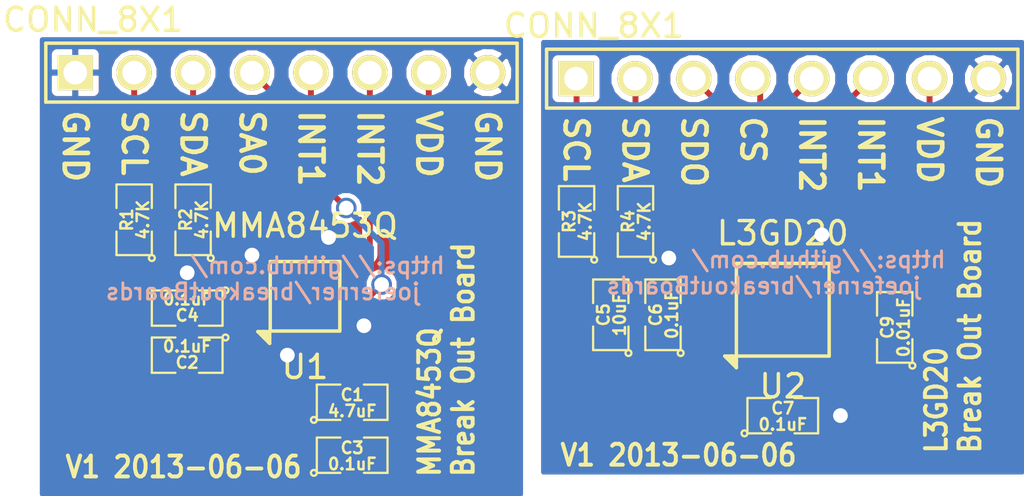
<source format=kicad_pcb>
(kicad_pcb (version 3) (host pcbnew "(2013-mar-13)-testing")

  (general
    (links 54)
    (no_connects 0)
    (area 136.450556 98.485 188.450145 121.271)
    (thickness 1.6)
    (drawings 22)
    (tracks 119)
    (zones 0)
    (modules 16)
    (nets 19)
  )

  (page A4)
  (layers
    (15 F.Cu signal)
    (0 B.Cu signal)
    (16 B.Adhes user)
    (17 F.Adhes user)
    (18 B.Paste user)
    (19 F.Paste user)
    (20 B.SilkS user)
    (21 F.SilkS user)
    (22 B.Mask user)
    (23 F.Mask user)
    (24 Dwgs.User user)
    (25 Cmts.User user)
    (26 Eco1.User user)
    (27 Eco2.User user)
    (28 Edge.Cuts user)
  )

  (setup
    (last_trace_width 0.254)
    (trace_clearance 0.254)
    (zone_clearance 0.2032)
    (zone_45_only no)
    (trace_min 0.254)
    (segment_width 0.2)
    (edge_width 0.1)
    (via_size 0.889)
    (via_drill 0.635)
    (via_min_size 0.889)
    (via_min_drill 0.508)
    (uvia_size 0.508)
    (uvia_drill 0.127)
    (uvias_allowed no)
    (uvia_min_size 0.508)
    (uvia_min_drill 0.127)
    (pcb_text_width 0.3)
    (pcb_text_size 1.5 1.5)
    (mod_edge_width 0.15)
    (mod_text_size 1 1)
    (mod_text_width 0.15)
    (pad_size 0.3 0.8)
    (pad_drill 0)
    (pad_to_mask_clearance 0)
    (aux_axis_origin 0 0)
    (visible_elements FFFEFF7F)
    (pcbplotparams
      (layerselection 15761409)
      (usegerberextensions true)
      (excludeedgelayer false)
      (linewidth 0.150000)
      (plotframeref false)
      (viasonmask false)
      (mode 1)
      (useauxorigin false)
      (hpglpennumber 1)
      (hpglpenspeed 20)
      (hpglpendiameter 15)
      (hpglpenoverlay 2)
      (psnegative false)
      (psa4output false)
      (plotreference true)
      (plotvalue false)
      (plotothertext true)
      (plotinvisibletext false)
      (padsonsilk false)
      (subtractmaskfromsilk false)
      (outputformat 1)
      (mirror false)
      (drillshape 0)
      (scaleselection 1)
      (outputdirectory /home/jferner/dev/breakoutBoards/breakoutBoards05_v1/))
  )

  (net 0 "")
  (net 1 /ACCBYP)
  (net 2 /ACCGND)
  (net 3 /ACCINT1)
  (net 4 /ACCINT2)
  (net 5 /ACCSA0)
  (net 6 /ACCSCL)
  (net 7 /ACCSDA)
  (net 8 /ACCVDD)
  (net 9 /GYROCS)
  (net 10 /GYROGND)
  (net 11 /GYROINT1)
  (net 12 /GYROINT2)
  (net 13 /GYROSCL)
  (net 14 /GYROSDA)
  (net 15 /GYROSDO)
  (net 16 /GYROVDD)
  (net 17 N-000001)
  (net 18 N-000008)

  (net_class Default "This is the default net class."
    (clearance 0.254)
    (trace_width 0.254)
    (via_dia 0.889)
    (via_drill 0.635)
    (uvia_dia 0.508)
    (uvia_drill 0.127)
    (add_net "")
    (add_net /GYROCS)
    (add_net /GYROGND)
    (add_net /GYROINT1)
    (add_net /GYROINT2)
    (add_net /GYROSCL)
    (add_net /GYROSDA)
    (add_net /GYROSDO)
    (add_net /GYROVDD)
    (add_net N-000001)
    (add_net N-000008)
  )

  (net_class ACC ""
    (clearance 0.2032)
    (trace_width 0.254)
    (via_dia 0.889)
    (via_drill 0.635)
    (uvia_dia 0.508)
    (uvia_drill 0.127)
    (add_net /ACCBYP)
    (add_net /ACCGND)
    (add_net /ACCINT1)
    (add_net /ACCINT2)
    (add_net /ACCSA0)
    (add_net /ACCSCL)
    (add_net /ACCSDA)
    (add_net /ACCVDD)
  )

  (module SM0805 (layer F.Cu) (tedit 5091495C) (tstamp 51B125AF)
    (at 152.4 115.824)
    (path /51B12057)
    (attr smd)
    (fp_text reference C1 (at 0 -0.3175) (layer F.SilkS)
      (effects (font (size 0.50038 0.50038) (thickness 0.10922)))
    )
    (fp_text value 4.7uF (at 0 0.381) (layer F.SilkS)
      (effects (font (size 0.50038 0.50038) (thickness 0.10922)))
    )
    (fp_circle (center -1.651 0.762) (end -1.651 0.635) (layer F.SilkS) (width 0.09906))
    (fp_line (start -0.508 0.762) (end -1.524 0.762) (layer F.SilkS) (width 0.09906))
    (fp_line (start -1.524 0.762) (end -1.524 -0.762) (layer F.SilkS) (width 0.09906))
    (fp_line (start -1.524 -0.762) (end -0.508 -0.762) (layer F.SilkS) (width 0.09906))
    (fp_line (start 0.508 -0.762) (end 1.524 -0.762) (layer F.SilkS) (width 0.09906))
    (fp_line (start 1.524 -0.762) (end 1.524 0.762) (layer F.SilkS) (width 0.09906))
    (fp_line (start 1.524 0.762) (end 0.508 0.762) (layer F.SilkS) (width 0.09906))
    (pad 1 smd rect (at -0.9525 0) (size 0.889 1.397)
      (layers F.Cu F.Paste F.Mask)
      (net 8 /ACCVDD)
    )
    (pad 2 smd rect (at 0.9525 0) (size 0.889 1.397)
      (layers F.Cu F.Paste F.Mask)
      (net 2 /ACCGND)
    )
    (model smd/chip_cms.wrl
      (at (xyz 0 0 0))
      (scale (xyz 0.1 0.1 0.1))
      (rotate (xyz 0 0 0))
    )
  )

  (module SM0805 (layer F.Cu) (tedit 5091495C) (tstamp 51B125BC)
    (at 145.288 113.792 180)
    (path /51B11F19)
    (attr smd)
    (fp_text reference C2 (at 0 -0.3175 180) (layer F.SilkS)
      (effects (font (size 0.50038 0.50038) (thickness 0.10922)))
    )
    (fp_text value 0.1uF (at 0 0.381 180) (layer F.SilkS)
      (effects (font (size 0.50038 0.50038) (thickness 0.10922)))
    )
    (fp_circle (center -1.651 0.762) (end -1.651 0.635) (layer F.SilkS) (width 0.09906))
    (fp_line (start -0.508 0.762) (end -1.524 0.762) (layer F.SilkS) (width 0.09906))
    (fp_line (start -1.524 0.762) (end -1.524 -0.762) (layer F.SilkS) (width 0.09906))
    (fp_line (start -1.524 -0.762) (end -0.508 -0.762) (layer F.SilkS) (width 0.09906))
    (fp_line (start 0.508 -0.762) (end 1.524 -0.762) (layer F.SilkS) (width 0.09906))
    (fp_line (start 1.524 -0.762) (end 1.524 0.762) (layer F.SilkS) (width 0.09906))
    (fp_line (start 1.524 0.762) (end 0.508 0.762) (layer F.SilkS) (width 0.09906))
    (pad 1 smd rect (at -0.9525 0 180) (size 0.889 1.397)
      (layers F.Cu F.Paste F.Mask)
      (net 8 /ACCVDD)
    )
    (pad 2 smd rect (at 0.9525 0 180) (size 0.889 1.397)
      (layers F.Cu F.Paste F.Mask)
      (net 2 /ACCGND)
    )
    (model smd/chip_cms.wrl
      (at (xyz 0 0 0))
      (scale (xyz 0.1 0.1 0.1))
      (rotate (xyz 0 0 0))
    )
  )

  (module SM0805 (layer F.Cu) (tedit 5091495C) (tstamp 51B125C9)
    (at 152.4 118.11)
    (path /51B11F1F)
    (attr smd)
    (fp_text reference C3 (at 0 -0.3175) (layer F.SilkS)
      (effects (font (size 0.50038 0.50038) (thickness 0.10922)))
    )
    (fp_text value 0.1uF (at 0 0.381) (layer F.SilkS)
      (effects (font (size 0.50038 0.50038) (thickness 0.10922)))
    )
    (fp_circle (center -1.651 0.762) (end -1.651 0.635) (layer F.SilkS) (width 0.09906))
    (fp_line (start -0.508 0.762) (end -1.524 0.762) (layer F.SilkS) (width 0.09906))
    (fp_line (start -1.524 0.762) (end -1.524 -0.762) (layer F.SilkS) (width 0.09906))
    (fp_line (start -1.524 -0.762) (end -0.508 -0.762) (layer F.SilkS) (width 0.09906))
    (fp_line (start 0.508 -0.762) (end 1.524 -0.762) (layer F.SilkS) (width 0.09906))
    (fp_line (start 1.524 -0.762) (end 1.524 0.762) (layer F.SilkS) (width 0.09906))
    (fp_line (start 1.524 0.762) (end 0.508 0.762) (layer F.SilkS) (width 0.09906))
    (pad 1 smd rect (at -0.9525 0) (size 0.889 1.397)
      (layers F.Cu F.Paste F.Mask)
      (net 8 /ACCVDD)
    )
    (pad 2 smd rect (at 0.9525 0) (size 0.889 1.397)
      (layers F.Cu F.Paste F.Mask)
      (net 2 /ACCGND)
    )
    (model smd/chip_cms.wrl
      (at (xyz 0 0 0))
      (scale (xyz 0.1 0.1 0.1))
      (rotate (xyz 0 0 0))
    )
  )

  (module SM0805 (layer F.Cu) (tedit 5091495C) (tstamp 51B125D6)
    (at 145.288 111.76 180)
    (path /51B11EF2)
    (attr smd)
    (fp_text reference C4 (at 0 -0.3175 180) (layer F.SilkS)
      (effects (font (size 0.50038 0.50038) (thickness 0.10922)))
    )
    (fp_text value 0.1uF (at 0 0.381 180) (layer F.SilkS)
      (effects (font (size 0.50038 0.50038) (thickness 0.10922)))
    )
    (fp_circle (center -1.651 0.762) (end -1.651 0.635) (layer F.SilkS) (width 0.09906))
    (fp_line (start -0.508 0.762) (end -1.524 0.762) (layer F.SilkS) (width 0.09906))
    (fp_line (start -1.524 0.762) (end -1.524 -0.762) (layer F.SilkS) (width 0.09906))
    (fp_line (start -1.524 -0.762) (end -0.508 -0.762) (layer F.SilkS) (width 0.09906))
    (fp_line (start 0.508 -0.762) (end 1.524 -0.762) (layer F.SilkS) (width 0.09906))
    (fp_line (start 1.524 -0.762) (end 1.524 0.762) (layer F.SilkS) (width 0.09906))
    (fp_line (start 1.524 0.762) (end 0.508 0.762) (layer F.SilkS) (width 0.09906))
    (pad 1 smd rect (at -0.9525 0 180) (size 0.889 1.397)
      (layers F.Cu F.Paste F.Mask)
      (net 1 /ACCBYP)
    )
    (pad 2 smd rect (at 0.9525 0 180) (size 0.889 1.397)
      (layers F.Cu F.Paste F.Mask)
      (net 2 /ACCGND)
    )
    (model smd/chip_cms.wrl
      (at (xyz 0 0 0))
      (scale (xyz 0.1 0.1 0.1))
      (rotate (xyz 0 0 0))
    )
  )

  (module SM0805 (layer F.Cu) (tedit 5091495C) (tstamp 51B125E3)
    (at 163.55 112.05 90)
    (path /51B12B1D)
    (attr smd)
    (fp_text reference C5 (at 0 -0.3175 90) (layer F.SilkS)
      (effects (font (size 0.50038 0.50038) (thickness 0.10922)))
    )
    (fp_text value 10uF (at 0 0.381 90) (layer F.SilkS)
      (effects (font (size 0.50038 0.50038) (thickness 0.10922)))
    )
    (fp_circle (center -1.651 0.762) (end -1.651 0.635) (layer F.SilkS) (width 0.09906))
    (fp_line (start -0.508 0.762) (end -1.524 0.762) (layer F.SilkS) (width 0.09906))
    (fp_line (start -1.524 0.762) (end -1.524 -0.762) (layer F.SilkS) (width 0.09906))
    (fp_line (start -1.524 -0.762) (end -0.508 -0.762) (layer F.SilkS) (width 0.09906))
    (fp_line (start 0.508 -0.762) (end 1.524 -0.762) (layer F.SilkS) (width 0.09906))
    (fp_line (start 1.524 -0.762) (end 1.524 0.762) (layer F.SilkS) (width 0.09906))
    (fp_line (start 1.524 0.762) (end 0.508 0.762) (layer F.SilkS) (width 0.09906))
    (pad 1 smd rect (at -0.9525 0 90) (size 0.889 1.397)
      (layers F.Cu F.Paste F.Mask)
      (net 16 /GYROVDD)
    )
    (pad 2 smd rect (at 0.9525 0 90) (size 0.889 1.397)
      (layers F.Cu F.Paste F.Mask)
      (net 10 /GYROGND)
    )
    (model smd/chip_cms.wrl
      (at (xyz 0 0 0))
      (scale (xyz 0.1 0.1 0.1))
      (rotate (xyz 0 0 0))
    )
  )

  (module SM0805 (layer F.Cu) (tedit 5091495C) (tstamp 51B125F0)
    (at 165.8 112.05 90)
    (path /51B12AFC)
    (attr smd)
    (fp_text reference C6 (at 0 -0.3175 90) (layer F.SilkS)
      (effects (font (size 0.50038 0.50038) (thickness 0.10922)))
    )
    (fp_text value 0.1uF (at 0 0.381 90) (layer F.SilkS)
      (effects (font (size 0.50038 0.50038) (thickness 0.10922)))
    )
    (fp_circle (center -1.651 0.762) (end -1.651 0.635) (layer F.SilkS) (width 0.09906))
    (fp_line (start -0.508 0.762) (end -1.524 0.762) (layer F.SilkS) (width 0.09906))
    (fp_line (start -1.524 0.762) (end -1.524 -0.762) (layer F.SilkS) (width 0.09906))
    (fp_line (start -1.524 -0.762) (end -0.508 -0.762) (layer F.SilkS) (width 0.09906))
    (fp_line (start 0.508 -0.762) (end 1.524 -0.762) (layer F.SilkS) (width 0.09906))
    (fp_line (start 1.524 -0.762) (end 1.524 0.762) (layer F.SilkS) (width 0.09906))
    (fp_line (start 1.524 0.762) (end 0.508 0.762) (layer F.SilkS) (width 0.09906))
    (pad 1 smd rect (at -0.9525 0 90) (size 0.889 1.397)
      (layers F.Cu F.Paste F.Mask)
      (net 16 /GYROVDD)
    )
    (pad 2 smd rect (at 0.9525 0 90) (size 0.889 1.397)
      (layers F.Cu F.Paste F.Mask)
      (net 10 /GYROGND)
    )
    (model smd/chip_cms.wrl
      (at (xyz 0 0 0))
      (scale (xyz 0.1 0.1 0.1))
      (rotate (xyz 0 0 0))
    )
  )

  (module SM0805 (layer F.Cu) (tedit 5091495C) (tstamp 51B125FD)
    (at 170.964 116.404)
    (path /51B12B02)
    (attr smd)
    (fp_text reference C7 (at 0 -0.3175) (layer F.SilkS)
      (effects (font (size 0.50038 0.50038) (thickness 0.10922)))
    )
    (fp_text value 0.1uF (at 0 0.381) (layer F.SilkS)
      (effects (font (size 0.50038 0.50038) (thickness 0.10922)))
    )
    (fp_circle (center -1.651 0.762) (end -1.651 0.635) (layer F.SilkS) (width 0.09906))
    (fp_line (start -0.508 0.762) (end -1.524 0.762) (layer F.SilkS) (width 0.09906))
    (fp_line (start -1.524 0.762) (end -1.524 -0.762) (layer F.SilkS) (width 0.09906))
    (fp_line (start -1.524 -0.762) (end -0.508 -0.762) (layer F.SilkS) (width 0.09906))
    (fp_line (start 0.508 -0.762) (end 1.524 -0.762) (layer F.SilkS) (width 0.09906))
    (fp_line (start 1.524 -0.762) (end 1.524 0.762) (layer F.SilkS) (width 0.09906))
    (fp_line (start 1.524 0.762) (end 0.508 0.762) (layer F.SilkS) (width 0.09906))
    (pad 1 smd rect (at -0.9525 0) (size 0.889 1.397)
      (layers F.Cu F.Paste F.Mask)
      (net 16 /GYROVDD)
    )
    (pad 2 smd rect (at 0.9525 0) (size 0.889 1.397)
      (layers F.Cu F.Paste F.Mask)
      (net 10 /GYROGND)
    )
    (model smd/chip_cms.wrl
      (at (xyz 0 0 0))
      (scale (xyz 0.1 0.1 0.1))
      (rotate (xyz 0 0 0))
    )
  )

  (module SM0805 (layer F.Cu) (tedit 5091495C) (tstamp 51B12617)
    (at 175.79 112.594 90)
    (path /51B129FA)
    (attr smd)
    (fp_text reference C9 (at 0 -0.3175 90) (layer F.SilkS)
      (effects (font (size 0.50038 0.50038) (thickness 0.10922)))
    )
    (fp_text value 0.01uF (at 0 0.381 90) (layer F.SilkS)
      (effects (font (size 0.50038 0.50038) (thickness 0.10922)))
    )
    (fp_circle (center -1.651 0.762) (end -1.651 0.635) (layer F.SilkS) (width 0.09906))
    (fp_line (start -0.508 0.762) (end -1.524 0.762) (layer F.SilkS) (width 0.09906))
    (fp_line (start -1.524 0.762) (end -1.524 -0.762) (layer F.SilkS) (width 0.09906))
    (fp_line (start -1.524 -0.762) (end -0.508 -0.762) (layer F.SilkS) (width 0.09906))
    (fp_line (start 0.508 -0.762) (end 1.524 -0.762) (layer F.SilkS) (width 0.09906))
    (fp_line (start 1.524 -0.762) (end 1.524 0.762) (layer F.SilkS) (width 0.09906))
    (fp_line (start 1.524 0.762) (end 0.508 0.762) (layer F.SilkS) (width 0.09906))
    (pad 1 smd rect (at -0.9525 0 90) (size 0.889 1.397)
      (layers F.Cu F.Paste F.Mask)
      (net 18 N-000008)
    )
    (pad 2 smd rect (at 0.9525 0 90) (size 0.889 1.397)
      (layers F.Cu F.Paste F.Mask)
      (net 10 /GYROGND)
    )
    (model smd/chip_cms.wrl
      (at (xyz 0 0 0))
      (scale (xyz 0.1 0.1 0.1))
      (rotate (xyz 0 0 0))
    )
  )

  (module PIN_ARRAY_8X1 (layer F.Cu) (tedit 51B12212) (tstamp 51B12627)
    (at 148.082 101.6)
    (path /51B11E67)
    (fp_text reference J1 (at 5.842 -2.286) (layer F.SilkS) hide
      (effects (font (size 1 1) (thickness 0.15)))
    )
    (fp_text value CONN_8X1 (at -6.858 -2.286) (layer F.SilkS)
      (effects (font (size 1 1) (thickness 0.15)))
    )
    (fp_line (start -8.89 -1.27) (end 11.43 -1.27) (layer F.SilkS) (width 0.15))
    (fp_line (start 11.43 -1.27) (end 11.43 1.27) (layer F.SilkS) (width 0.15))
    (fp_line (start 11.43 1.27) (end -8.89 1.27) (layer F.SilkS) (width 0.15))
    (fp_line (start -8.89 1.27) (end -8.89 -1.27) (layer F.SilkS) (width 0.15))
    (pad 1 thru_hole rect (at -7.62 0) (size 1.524 1.524) (drill 1.016)
      (layers *.Cu *.Mask F.SilkS)
      (net 2 /ACCGND)
    )
    (pad 2 thru_hole circle (at -5.08 0) (size 1.524 1.524) (drill 1.016)
      (layers *.Cu *.Mask F.SilkS)
      (net 6 /ACCSCL)
    )
    (pad 3 thru_hole circle (at -2.54 0) (size 1.524 1.524) (drill 1.016)
      (layers *.Cu *.Mask F.SilkS)
      (net 7 /ACCSDA)
    )
    (pad 4 thru_hole circle (at 0 0) (size 1.524 1.524) (drill 1.016)
      (layers *.Cu *.Mask F.SilkS)
      (net 5 /ACCSA0)
    )
    (pad 5 thru_hole circle (at 2.54 0) (size 1.524 1.524) (drill 1.016)
      (layers *.Cu *.Mask F.SilkS)
      (net 3 /ACCINT1)
    )
    (pad 6 thru_hole circle (at 5.08 0) (size 1.524 1.524) (drill 1.016)
      (layers *.Cu *.Mask F.SilkS)
      (net 4 /ACCINT2)
    )
    (pad 7 thru_hole circle (at 7.62 0) (size 1.524 1.524) (drill 1.016)
      (layers *.Cu *.Mask F.SilkS)
      (net 8 /ACCVDD)
    )
    (pad 8 thru_hole circle (at 10.16 0) (size 1.524 1.524) (drill 1.016)
      (layers *.Cu *.Mask F.SilkS)
      (net 2 /ACCGND)
    )
  )

  (module PIN_ARRAY_8X1 (layer F.Cu) (tedit 51B12212) (tstamp 51B12637)
    (at 169.672 101.86)
    (path /51B12544)
    (fp_text reference J2 (at 5.842 -2.286) (layer F.SilkS) hide
      (effects (font (size 1 1) (thickness 0.15)))
    )
    (fp_text value CONN_8X1 (at -6.858 -2.286) (layer F.SilkS)
      (effects (font (size 1 1) (thickness 0.15)))
    )
    (fp_line (start -8.89 -1.27) (end 11.43 -1.27) (layer F.SilkS) (width 0.15))
    (fp_line (start 11.43 -1.27) (end 11.43 1.27) (layer F.SilkS) (width 0.15))
    (fp_line (start 11.43 1.27) (end -8.89 1.27) (layer F.SilkS) (width 0.15))
    (fp_line (start -8.89 1.27) (end -8.89 -1.27) (layer F.SilkS) (width 0.15))
    (pad 1 thru_hole rect (at -7.62 0) (size 1.524 1.524) (drill 1.016)
      (layers *.Cu *.Mask F.SilkS)
      (net 13 /GYROSCL)
    )
    (pad 2 thru_hole circle (at -5.08 0) (size 1.524 1.524) (drill 1.016)
      (layers *.Cu *.Mask F.SilkS)
      (net 14 /GYROSDA)
    )
    (pad 3 thru_hole circle (at -2.54 0) (size 1.524 1.524) (drill 1.016)
      (layers *.Cu *.Mask F.SilkS)
      (net 15 /GYROSDO)
    )
    (pad 4 thru_hole circle (at 0 0) (size 1.524 1.524) (drill 1.016)
      (layers *.Cu *.Mask F.SilkS)
      (net 9 /GYROCS)
    )
    (pad 5 thru_hole circle (at 2.54 0) (size 1.524 1.524) (drill 1.016)
      (layers *.Cu *.Mask F.SilkS)
      (net 12 /GYROINT2)
    )
    (pad 6 thru_hole circle (at 5.08 0) (size 1.524 1.524) (drill 1.016)
      (layers *.Cu *.Mask F.SilkS)
      (net 11 /GYROINT1)
    )
    (pad 7 thru_hole circle (at 7.62 0) (size 1.524 1.524) (drill 1.016)
      (layers *.Cu *.Mask F.SilkS)
      (net 16 /GYROVDD)
    )
    (pad 8 thru_hole circle (at 10.16 0) (size 1.524 1.524) (drill 1.016)
      (layers *.Cu *.Mask F.SilkS)
      (net 10 /GYROGND)
    )
  )

  (module SM0805 (layer F.Cu) (tedit 5091495C) (tstamp 51B12644)
    (at 143.002 107.95 90)
    (path /51B11E76)
    (attr smd)
    (fp_text reference R1 (at 0 -0.3175 90) (layer F.SilkS)
      (effects (font (size 0.50038 0.50038) (thickness 0.10922)))
    )
    (fp_text value 4.7K (at 0 0.381 90) (layer F.SilkS)
      (effects (font (size 0.50038 0.50038) (thickness 0.10922)))
    )
    (fp_circle (center -1.651 0.762) (end -1.651 0.635) (layer F.SilkS) (width 0.09906))
    (fp_line (start -0.508 0.762) (end -1.524 0.762) (layer F.SilkS) (width 0.09906))
    (fp_line (start -1.524 0.762) (end -1.524 -0.762) (layer F.SilkS) (width 0.09906))
    (fp_line (start -1.524 -0.762) (end -0.508 -0.762) (layer F.SilkS) (width 0.09906))
    (fp_line (start 0.508 -0.762) (end 1.524 -0.762) (layer F.SilkS) (width 0.09906))
    (fp_line (start 1.524 -0.762) (end 1.524 0.762) (layer F.SilkS) (width 0.09906))
    (fp_line (start 1.524 0.762) (end 0.508 0.762) (layer F.SilkS) (width 0.09906))
    (pad 1 smd rect (at -0.9525 0 90) (size 0.889 1.397)
      (layers F.Cu F.Paste F.Mask)
      (net 8 /ACCVDD)
    )
    (pad 2 smd rect (at 0.9525 0 90) (size 0.889 1.397)
      (layers F.Cu F.Paste F.Mask)
      (net 6 /ACCSCL)
    )
    (model smd/chip_cms.wrl
      (at (xyz 0 0 0))
      (scale (xyz 0.1 0.1 0.1))
      (rotate (xyz 0 0 0))
    )
  )

  (module SM0805 (layer F.Cu) (tedit 5091495C) (tstamp 51B12651)
    (at 145.542 107.95 90)
    (path /51B11E83)
    (attr smd)
    (fp_text reference R2 (at 0 -0.3175 90) (layer F.SilkS)
      (effects (font (size 0.50038 0.50038) (thickness 0.10922)))
    )
    (fp_text value 4.7K (at 0 0.381 90) (layer F.SilkS)
      (effects (font (size 0.50038 0.50038) (thickness 0.10922)))
    )
    (fp_circle (center -1.651 0.762) (end -1.651 0.635) (layer F.SilkS) (width 0.09906))
    (fp_line (start -0.508 0.762) (end -1.524 0.762) (layer F.SilkS) (width 0.09906))
    (fp_line (start -1.524 0.762) (end -1.524 -0.762) (layer F.SilkS) (width 0.09906))
    (fp_line (start -1.524 -0.762) (end -0.508 -0.762) (layer F.SilkS) (width 0.09906))
    (fp_line (start 0.508 -0.762) (end 1.524 -0.762) (layer F.SilkS) (width 0.09906))
    (fp_line (start 1.524 -0.762) (end 1.524 0.762) (layer F.SilkS) (width 0.09906))
    (fp_line (start 1.524 0.762) (end 0.508 0.762) (layer F.SilkS) (width 0.09906))
    (pad 1 smd rect (at -0.9525 0 90) (size 0.889 1.397)
      (layers F.Cu F.Paste F.Mask)
      (net 8 /ACCVDD)
    )
    (pad 2 smd rect (at 0.9525 0 90) (size 0.889 1.397)
      (layers F.Cu F.Paste F.Mask)
      (net 7 /ACCSDA)
    )
    (model smd/chip_cms.wrl
      (at (xyz 0 0 0))
      (scale (xyz 0.1 0.1 0.1))
      (rotate (xyz 0 0 0))
    )
  )

  (module SM0805 (layer F.Cu) (tedit 5091495C) (tstamp 51B1265E)
    (at 162.074 108.022 90)
    (path /51B12F43)
    (attr smd)
    (fp_text reference R3 (at 0 -0.3175 90) (layer F.SilkS)
      (effects (font (size 0.50038 0.50038) (thickness 0.10922)))
    )
    (fp_text value 4.7K (at 0 0.381 90) (layer F.SilkS)
      (effects (font (size 0.50038 0.50038) (thickness 0.10922)))
    )
    (fp_circle (center -1.651 0.762) (end -1.651 0.635) (layer F.SilkS) (width 0.09906))
    (fp_line (start -0.508 0.762) (end -1.524 0.762) (layer F.SilkS) (width 0.09906))
    (fp_line (start -1.524 0.762) (end -1.524 -0.762) (layer F.SilkS) (width 0.09906))
    (fp_line (start -1.524 -0.762) (end -0.508 -0.762) (layer F.SilkS) (width 0.09906))
    (fp_line (start 0.508 -0.762) (end 1.524 -0.762) (layer F.SilkS) (width 0.09906))
    (fp_line (start 1.524 -0.762) (end 1.524 0.762) (layer F.SilkS) (width 0.09906))
    (fp_line (start 1.524 0.762) (end 0.508 0.762) (layer F.SilkS) (width 0.09906))
    (pad 1 smd rect (at -0.9525 0 90) (size 0.889 1.397)
      (layers F.Cu F.Paste F.Mask)
      (net 16 /GYROVDD)
    )
    (pad 2 smd rect (at 0.9525 0 90) (size 0.889 1.397)
      (layers F.Cu F.Paste F.Mask)
      (net 13 /GYROSCL)
    )
    (model smd/chip_cms.wrl
      (at (xyz 0 0 0))
      (scale (xyz 0.1 0.1 0.1))
      (rotate (xyz 0 0 0))
    )
  )

  (module SM0805 (layer F.Cu) (tedit 5091495C) (tstamp 51B1266B)
    (at 164.614 108.022 90)
    (path /51B12F49)
    (attr smd)
    (fp_text reference R4 (at 0 -0.3175 90) (layer F.SilkS)
      (effects (font (size 0.50038 0.50038) (thickness 0.10922)))
    )
    (fp_text value 4.7K (at 0 0.381 90) (layer F.SilkS)
      (effects (font (size 0.50038 0.50038) (thickness 0.10922)))
    )
    (fp_circle (center -1.651 0.762) (end -1.651 0.635) (layer F.SilkS) (width 0.09906))
    (fp_line (start -0.508 0.762) (end -1.524 0.762) (layer F.SilkS) (width 0.09906))
    (fp_line (start -1.524 0.762) (end -1.524 -0.762) (layer F.SilkS) (width 0.09906))
    (fp_line (start -1.524 -0.762) (end -0.508 -0.762) (layer F.SilkS) (width 0.09906))
    (fp_line (start 0.508 -0.762) (end 1.524 -0.762) (layer F.SilkS) (width 0.09906))
    (fp_line (start 1.524 -0.762) (end 1.524 0.762) (layer F.SilkS) (width 0.09906))
    (fp_line (start 1.524 0.762) (end 0.508 0.762) (layer F.SilkS) (width 0.09906))
    (pad 1 smd rect (at -0.9525 0 90) (size 0.889 1.397)
      (layers F.Cu F.Paste F.Mask)
      (net 16 /GYROVDD)
    )
    (pad 2 smd rect (at 0.9525 0 90) (size 0.889 1.397)
      (layers F.Cu F.Paste F.Mask)
      (net 14 /GYROSDA)
    )
    (model smd/chip_cms.wrl
      (at (xyz 0 0 0))
      (scale (xyz 0.1 0.1 0.1))
      (rotate (xyz 0 0 0))
    )
  )

  (module QFN16-0.5-3X3 (layer F.Cu) (tedit 51B124BA) (tstamp 51B12684)
    (at 150.368 111.252)
    (path /51B11D57)
    (fp_text reference U1 (at 0 3.048) (layer F.SilkS)
      (effects (font (size 1 1) (thickness 0.15)))
    )
    (fp_text value MMA8453Q (at 0 -3.048) (layer F.SilkS)
      (effects (font (size 1 1) (thickness 0.15)))
    )
    (fp_line (start -1.524 1.524) (end -2.032 1.524) (layer F.SilkS) (width 0.15))
    (fp_line (start -2.032 1.524) (end -1.524 2.032) (layer F.SilkS) (width 0.15))
    (fp_line (start -1.524 2.032) (end -1.524 1.524) (layer F.SilkS) (width 0.15))
    (fp_line (start -1.524 1.524) (end -1.778 1.778) (layer F.SilkS) (width 0.15))
    (fp_line (start -1.778 1.778) (end -1.524 1.778) (layer F.SilkS) (width 0.15))
    (fp_line (start -1.524 1.778) (end -1.778 1.524) (layer F.SilkS) (width 0.15))
    (fp_line (start -1.778 1.524) (end -1.778 1.778) (layer F.SilkS) (width 0.15))
    (fp_line (start -1.5 -1.5) (end 1.5 -1.5) (layer F.SilkS) (width 0.15))
    (fp_line (start 1.5 -1.5) (end 1.5 1.5) (layer F.SilkS) (width 0.15))
    (fp_line (start 1.5 1.5) (end -1.5 1.5) (layer F.SilkS) (width 0.15))
    (fp_line (start -1.5 1.5) (end -1.5 -1.5) (layer F.SilkS) (width 0.15))
    (pad 1 smd rect (at -1.3 1) (size 0.7 0.3)
      (layers F.Cu F.Paste F.Mask)
      (net 8 /ACCVDD)
      (clearance 0.15)
    )
    (pad 2 smd rect (at -1.3 0.5) (size 0.7 0.3)
      (layers F.Cu F.Paste F.Mask)
      (net 1 /ACCBYP)
      (clearance 0.15)
    )
    (pad 3 smd rect (at -1.3 0) (size 0.7 0.3)
      (layers F.Cu F.Paste F.Mask)
      (net 17 N-000001)
      (clearance 0.15)
    )
    (pad 4 smd rect (at -1.3 -0.5) (size 0.7 0.3)
      (layers F.Cu F.Paste F.Mask)
      (net 6 /ACCSCL)
      (clearance 0.15)
    )
    (pad 5 smd rect (at -1.3 -1) (size 0.7 0.3)
      (layers F.Cu F.Paste F.Mask)
      (net 2 /ACCGND)
      (clearance 0.15)
    )
    (pad 9 smd rect (at 1.3 -1) (size 0.7 0.3)
      (layers F.Cu F.Paste F.Mask)
      (net 4 /ACCINT2)
      (clearance 0.15)
    )
    (pad 10 smd rect (at 1.3 -0.5) (size 0.7 0.3)
      (layers F.Cu F.Paste F.Mask)
      (net 2 /ACCGND)
      (clearance 0.15)
    )
    (pad 11 smd rect (at 1.3 0) (size 0.7 0.3)
      (layers F.Cu F.Paste F.Mask)
      (net 3 /ACCINT1)
      (clearance 0.15)
    )
    (pad 12 smd rect (at 1.3 0.5) (size 0.7 0.3)
      (layers F.Cu F.Paste F.Mask)
      (net 2 /ACCGND)
      (clearance 0.15)
    )
    (pad 13 smd rect (at 1.3 1) (size 0.7 0.3)
      (layers F.Cu F.Paste F.Mask)
      (net 2 /ACCGND)
      (clearance 0.15)
    )
    (pad 6 smd rect (at -0.5 -1.3) (size 0.3 0.7)
      (layers F.Cu F.Paste F.Mask)
      (net 7 /ACCSDA)
      (clearance 0.15)
    )
    (pad 7 smd rect (at 0 -1.3) (size 0.3 0.7)
      (layers F.Cu F.Paste F.Mask)
      (net 5 /ACCSA0)
      (clearance 0.15)
    )
    (pad 8 smd rect (at 0.5 -1.3) (size 0.3 0.7)
      (layers F.Cu F.Paste F.Mask)
      (net 2 /ACCGND)
      (clearance 0.15)
    )
    (pad 14 smd rect (at 0.5 1.3) (size 0.3 0.7)
      (layers F.Cu F.Paste F.Mask)
      (net 8 /ACCVDD)
      (clearance 0.15)
    )
    (pad 15 smd rect (at 0 1.3) (size 0.3 0.7)
      (layers F.Cu F.Paste F.Mask)
      (net 2 /ACCGND)
      (clearance 0.15)
    )
    (pad 16 smd rect (at -0.5 1.3) (size 0.3 0.7)
      (layers F.Cu F.Paste F.Mask)
      (net 2 /ACCGND)
      (clearance 0.15)
    )
  )

  (module LGA16-0.65-4X4 (layer F.Cu) (tedit 51B14254) (tstamp 51B137FF)
    (at 170.964 111.832)
    (path /51B11D48)
    (fp_text reference U2 (at 0 3.302) (layer F.SilkS)
      (effects (font (size 1 1) (thickness 0.15)))
    )
    (fp_text value L3GD20 (at 0 -3.302) (layer F.SilkS)
      (effects (font (size 1 1) (thickness 0.15)))
    )
    (fp_line (start -2 2) (end -2 2.5) (layer F.SilkS) (width 0.15))
    (fp_line (start -2 2.5) (end -2.5 2) (layer F.SilkS) (width 0.15))
    (fp_line (start -2.5 2) (end -2 2) (layer F.SilkS) (width 0.15))
    (fp_line (start -2 2) (end -2.2 2.2) (layer F.SilkS) (width 0.15))
    (fp_line (start -2.2 2.2) (end -2 2.2) (layer F.SilkS) (width 0.15))
    (fp_line (start -2 2.2) (end -2.2 2) (layer F.SilkS) (width 0.15))
    (fp_line (start -2.2 2) (end -2.3 2.1) (layer F.SilkS) (width 0.15))
    (fp_line (start -2.3 2.1) (end -2.1 2.3) (layer F.SilkS) (width 0.15))
    (fp_line (start -2 -2) (end 2 -2) (layer F.SilkS) (width 0.15))
    (fp_line (start 2 -2) (end 2 2) (layer F.SilkS) (width 0.15))
    (fp_line (start 2 2) (end -2 2) (layer F.SilkS) (width 0.15))
    (fp_line (start -2 2) (end -2 -2) (layer F.SilkS) (width 0.15))
    (pad 1 smd rect (at -1.8 0.975) (size 0.8 0.3)
      (layers F.Cu F.Paste F.Mask)
      (net 16 /GYROVDD)
    )
    (pad 2 smd rect (at -1.8 0.325) (size 0.8 0.3)
      (layers F.Cu F.Paste F.Mask)
      (net 13 /GYROSCL)
    )
    (pad 3 smd rect (at -1.8 -0.325) (size 0.8 0.3)
      (layers F.Cu F.Paste F.Mask)
      (net 14 /GYROSDA)
    )
    (pad 4 smd rect (at -1.8 -0.975) (size 0.8 0.3)
      (layers F.Cu F.Paste F.Mask)
      (net 15 /GYROSDO)
    )
    (pad 5 smd rect (at -0.975 -1.8) (size 0.3 0.8)
      (layers F.Cu F.Paste F.Mask)
      (net 9 /GYROCS)
    )
    (pad 6 smd rect (at -0.325 -1.8) (size 0.3 0.8)
      (layers F.Cu F.Paste F.Mask)
      (net 12 /GYROINT2)
    )
    (pad 7 smd rect (at 0.325 -1.8) (size 0.3 0.8)
      (layers F.Cu F.Paste F.Mask)
      (net 11 /GYROINT1)
    )
    (pad 8 smd rect (at 0.975 -1.8) (size 0.3 0.8)
      (layers F.Cu F.Paste F.Mask)
      (net 10 /GYROGND)
    )
    (pad 9 smd rect (at 2 -0.975) (size 0.8 0.3)
      (layers F.Cu F.Paste F.Mask)
      (net 10 /GYROGND)
    )
    (pad 10 smd rect (at 2 -0.325) (size 0.8 0.3)
      (layers F.Cu F.Paste F.Mask)
      (net 10 /GYROGND)
    )
    (pad 11 smd rect (at 2 0.325) (size 0.8 0.3)
      (layers F.Cu F.Paste F.Mask)
      (net 10 /GYROGND)
    )
    (pad 12 smd rect (at 2 0.975) (size 0.8 0.3)
      (layers F.Cu F.Paste F.Mask)
      (net 10 /GYROGND)
    )
    (pad 13 smd rect (at 0.975 1.8) (size 0.3 0.8)
      (layers F.Cu F.Paste F.Mask)
      (net 10 /GYROGND)
    )
    (pad 14 smd rect (at 0.325 1.8) (size 0.3 0.8)
      (layers F.Cu F.Paste F.Mask)
      (net 18 N-000008)
    )
    (pad 15 smd rect (at -0.325 1.8) (size 0.3 0.8)
      (layers F.Cu F.Paste F.Mask)
      (net 16 /GYROVDD)
    )
    (pad 16 smd rect (at -0.975 1.8) (size 0.3 0.8)
      (layers F.Cu F.Paste F.Mask)
      (net 16 /GYROVDD)
    )
  )

  (gr_text "V1 2013-06-06" (at 161.29 118.11) (layer F.SilkS)
    (effects (font (size 0.9 0.8) (thickness 0.17)) (justify left))
  )
  (gr_text "V1 2013-06-06" (at 139.954 118.618) (layer F.SilkS)
    (effects (font (size 0.9 0.8) (thickness 0.17)) (justify left))
  )
  (gr_text "https://github.com/\n  joeferner/breakoutBoards" (at 178.054 110.236) (layer B.SilkS)
    (effects (font (size 0.7 0.7) (thickness 0.125)) (justify left mirror))
  )
  (gr_text "https://github.com/\n  joeferner/breakoutBoards" (at 156.464 110.49) (layer B.SilkS)
    (effects (font (size 0.7 0.7) (thickness 0.125)) (justify left mirror))
  )
  (gr_text "L3GD20\nBreak Out Board" (at 178.308 118.11 90) (layer F.SilkS)
    (effects (font (size 0.9 0.8) (thickness 0.17)) (justify left))
  )
  (gr_text "MMA8453Q\nBreak Out Board" (at 156.464 119.126 90) (layer F.SilkS)
    (effects (font (size 0.9 0.8) (thickness 0.17)) (justify left))
  )
  (gr_text GND (at 140.462 103.124 270) (layer F.SilkS)
    (effects (font (size 1 1) (thickness 0.2)) (justify left))
  )
  (gr_text SCL (at 143.002 103.124 270) (layer F.SilkS)
    (effects (font (size 1 1) (thickness 0.2)) (justify left))
  )
  (gr_text SDA (at 145.542 103.124 270) (layer F.SilkS)
    (effects (font (size 1 1) (thickness 0.2)) (justify left))
  )
  (gr_text SA0 (at 148.082 103.124 270) (layer F.SilkS)
    (effects (font (size 1 1) (thickness 0.2)) (justify left))
  )
  (gr_text INT1 (at 150.622 103.124 270) (layer F.SilkS)
    (effects (font (size 1 1) (thickness 0.2)) (justify left))
  )
  (gr_text INT2 (at 153.162 103.124 270) (layer F.SilkS)
    (effects (font (size 1 1) (thickness 0.2)) (justify left))
  )
  (gr_text VDD (at 155.702 103.124 270) (layer F.SilkS)
    (effects (font (size 1 1) (thickness 0.2)) (justify left))
  )
  (gr_text GND (at 158.242 103.124 270) (layer F.SilkS)
    (effects (font (size 1 1) (thickness 0.2)) (justify left))
  )
  (gr_text GND (at 179.832 103.384 270) (layer F.SilkS)
    (effects (font (size 1 1) (thickness 0.2)) (justify left))
  )
  (gr_text VDD (at 177.292 103.384 270) (layer F.SilkS)
    (effects (font (size 1 1) (thickness 0.2)) (justify left))
  )
  (gr_text INT1 (at 174.752 103.384 270) (layer F.SilkS)
    (effects (font (size 1 1) (thickness 0.2)) (justify left))
  )
  (gr_text INT2 (at 172.212 103.384 270) (layer F.SilkS)
    (effects (font (size 1 1) (thickness 0.2)) (justify left))
  )
  (gr_text CS (at 169.672 103.384 270) (layer F.SilkS)
    (effects (font (size 1 1) (thickness 0.2)) (justify left))
  )
  (gr_text SDO (at 167.132 103.384 270) (layer F.SilkS)
    (effects (font (size 1 1) (thickness 0.2)) (justify left))
  )
  (gr_text SDA (at 164.592 103.384 270) (layer F.SilkS)
    (effects (font (size 1 1) (thickness 0.2)) (justify left))
  )
  (gr_text SCL (at 162.052 103.384 270) (layer F.SilkS)
    (effects (font (size 1 1) (thickness 0.2)) (justify left))
  )

  (segment (start 149.068 111.752) (end 146.2485 111.752) (width 0.254) (layer F.Cu) (net 1))
  (segment (start 146.2485 111.752) (end 146.2405 111.76) (width 0.254) (layer F.Cu) (net 1) (tstamp 51B1464C))
  (segment (start 144.3355 111.76) (end 144.3355 111.1885) (width 0.254) (layer F.Cu) (net 2))
  (via (at 145.288 110.236) (size 0.889) (layers F.Cu B.Cu) (net 2))
  (segment (start 144.3355 111.1885) (end 145.288 110.236) (width 0.254) (layer F.Cu) (net 2) (tstamp 51B146AE))
  (segment (start 149.868 112.552) (end 149.868 113.53) (width 0.254) (layer F.Cu) (net 2))
  (via (at 149.606 113.792) (size 0.889) (layers F.Cu B.Cu) (net 2))
  (segment (start 149.868 113.53) (end 149.606 113.792) (width 0.254) (layer F.Cu) (net 2) (tstamp 51B131E4))
  (segment (start 151.668 112.252) (end 152.638 112.252) (width 0.254) (layer F.Cu) (net 2))
  (via (at 152.908 112.522) (size 0.889) (layers F.Cu B.Cu) (net 2))
  (segment (start 152.638 112.252) (end 152.908 112.522) (width 0.254) (layer F.Cu) (net 2) (tstamp 51B131DB))
  (segment (start 150.868 109.952) (end 150.868 109.228) (width 0.254) (layer F.Cu) (net 2))
  (via (at 151.384 108.712) (size 0.889) (layers F.Cu B.Cu) (net 2))
  (segment (start 150.868 109.228) (end 151.384 108.712) (width 0.254) (layer F.Cu) (net 2) (tstamp 51B131D7))
  (segment (start 149.068 110.252) (end 148.86 110.252) (width 0.254) (layer F.Cu) (net 2))
  (via (at 148.082 109.474) (size 0.889) (layers F.Cu B.Cu) (net 2))
  (segment (start 148.86 110.252) (end 148.082 109.474) (width 0.254) (layer F.Cu) (net 2) (tstamp 51B131D1))
  (segment (start 151.668 111.252) (end 153.162 111.252) (width 0.254) (layer F.Cu) (net 3))
  (segment (start 150.622 105.918) (end 150.622 101.6) (width 0.254) (layer F.Cu) (net 3) (tstamp 51B131CD))
  (segment (start 152.146 107.442) (end 150.622 105.918) (width 0.254) (layer F.Cu) (net 3) (tstamp 51B131CC))
  (via (at 152.146 107.442) (size 0.889) (layers F.Cu B.Cu) (net 3))
  (segment (start 153.67 108.966) (end 152.146 107.442) (width 0.254) (layer B.Cu) (net 3) (tstamp 51B131C9))
  (segment (start 153.67 110.744) (end 153.67 108.966) (width 0.254) (layer B.Cu) (net 3) (tstamp 51B131C8))
  (via (at 153.67 110.744) (size 0.889) (layers F.Cu B.Cu) (net 3))
  (segment (start 153.162 111.252) (end 153.67 110.744) (width 0.254) (layer F.Cu) (net 3) (tstamp 51B131C6))
  (segment (start 151.668 110.252) (end 152.384 110.252) (width 0.254) (layer F.Cu) (net 4))
  (segment (start 153.162 109.474) (end 153.162 101.6) (width 0.254) (layer F.Cu) (net 4) (tstamp 51B131AC))
  (segment (start 152.384 110.252) (end 153.162 109.474) (width 0.254) (layer F.Cu) (net 4) (tstamp 51B131AB))
  (segment (start 150.368 109.952) (end 150.368 108.458) (width 0.254) (layer F.Cu) (net 5))
  (segment (start 149.098 102.616) (end 148.082 101.6) (width 0.254) (layer F.Cu) (net 5) (tstamp 51B131A5))
  (segment (start 149.098 107.188) (end 149.098 102.616) (width 0.254) (layer F.Cu) (net 5) (tstamp 51B131A3))
  (segment (start 150.368 108.458) (end 149.098 107.188) (width 0.254) (layer F.Cu) (net 5) (tstamp 51B131A1))
  (segment (start 143.002 106.9975) (end 143.002 101.6) (width 0.254) (layer F.Cu) (net 6))
  (segment (start 149.068 110.752) (end 148.09 110.752) (width 0.254) (layer F.Cu) (net 6))
  (segment (start 143.9545 107.95) (end 143.002 106.9975) (width 0.254) (layer F.Cu) (net 6) (tstamp 51B1469D))
  (segment (start 146.558 107.95) (end 143.9545 107.95) (width 0.254) (layer F.Cu) (net 6) (tstamp 51B1469C))
  (segment (start 147.066 108.458) (end 146.558 107.95) (width 0.254) (layer F.Cu) (net 6) (tstamp 51B1469B))
  (segment (start 147.066 109.728) (end 147.066 108.458) (width 0.254) (layer F.Cu) (net 6) (tstamp 51B14699))
  (segment (start 148.09 110.752) (end 147.066 109.728) (width 0.254) (layer F.Cu) (net 6) (tstamp 51B14698))
  (segment (start 142.9385 101.6635) (end 143.002 101.6) (width 0.254) (layer F.Cu) (net 6) (tstamp 51B13192))
  (segment (start 145.542 106.9975) (end 145.542 101.6) (width 0.254) (layer F.Cu) (net 7))
  (segment (start 149.868 109.952) (end 149.868 109.228) (width 0.254) (layer F.Cu) (net 7))
  (segment (start 147.6375 106.9975) (end 145.542 106.9975) (width 0.254) (layer F.Cu) (net 7) (tstamp 51B14694))
  (segment (start 149.868 109.228) (end 147.6375 106.9975) (width 0.254) (layer F.Cu) (net 7) (tstamp 51B14693))
  (segment (start 146.2405 113.792) (end 146.2405 114.8715) (width 0.254) (layer F.Cu) (net 8))
  (segment (start 143.002 114.808) (end 143.002 108.9025) (width 0.254) (layer F.Cu) (net 8) (tstamp 51B146AB))
  (segment (start 143.51 115.316) (end 143.002 114.808) (width 0.254) (layer F.Cu) (net 8) (tstamp 51B146AA))
  (segment (start 145.796 115.316) (end 143.51 115.316) (width 0.254) (layer F.Cu) (net 8) (tstamp 51B146A9))
  (segment (start 146.2405 114.8715) (end 145.796 115.316) (width 0.254) (layer F.Cu) (net 8) (tstamp 51B146A8))
  (segment (start 145.542 108.9025) (end 143.002 108.9025) (width 0.254) (layer F.Cu) (net 8))
  (segment (start 146.2405 113.792) (end 147.066 113.792) (width 0.254) (layer F.Cu) (net 8))
  (segment (start 147.066 113.792) (end 147.7645 113.0935) (width 0.254) (layer F.Cu) (net 8) (tstamp 51B14650))
  (segment (start 151.4475 115.824) (end 151.4475 115.2525) (width 0.254) (layer F.Cu) (net 8))
  (segment (start 155.702 112.776) (end 155.702 101.6) (width 0.254) (layer F.Cu) (net 8) (tstamp 51B131B4))
  (segment (start 154.686 113.792) (end 155.702 112.776) (width 0.254) (layer F.Cu) (net 8) (tstamp 51B131B2))
  (segment (start 152.908 113.792) (end 154.686 113.792) (width 0.254) (layer F.Cu) (net 8) (tstamp 51B131B0))
  (segment (start 151.4475 115.2525) (end 152.908 113.792) (width 0.254) (layer F.Cu) (net 8) (tstamp 51B131AF))
  (segment (start 147.7645 113.0935) (end 147.7645 113.7285) (width 0.254) (layer F.Cu) (net 8))
  (segment (start 149.86 115.824) (end 151.4475 115.824) (width 0.254) (layer F.Cu) (net 8) (tstamp 51B13184))
  (segment (start 147.7645 113.7285) (end 149.86 115.824) (width 0.254) (layer F.Cu) (net 8) (tstamp 51B13183))
  (segment (start 149.068 112.252) (end 148.606 112.252) (width 0.254) (layer F.Cu) (net 8))
  (segment (start 148.606 112.252) (end 147.7645 113.0935) (width 0.254) (layer F.Cu) (net 8) (tstamp 51B1317C))
  (segment (start 151.4475 115.824) (end 151.4475 118.11) (width 0.254) (layer F.Cu) (net 8))
  (segment (start 150.868 112.552) (end 150.868 115.2445) (width 0.254) (layer F.Cu) (net 8))
  (segment (start 150.868 115.2445) (end 151.4475 115.824) (width 0.254) (layer F.Cu) (net 8) (tstamp 51B12FC7))
  (segment (start 169.989 110.032) (end 169.989 102.177) (width 0.254) (layer F.Cu) (net 9))
  (segment (start 169.989 102.177) (end 169.672 101.86) (width 0.254) (layer F.Cu) (net 9) (tstamp 51B145F8))
  (segment (start 171.9165 116.404) (end 173.446 116.404) (width 0.254) (layer F.Cu) (net 10))
  (via (at 173.45 116.4) (size 0.889) (layers F.Cu B.Cu) (net 10))
  (segment (start 173.446 116.404) (end 173.45 116.4) (width 0.254) (layer F.Cu) (net 10) (tstamp 51B14599))
  (segment (start 165.8 111.0975) (end 165.8 109.85) (width 0.254) (layer F.Cu) (net 10))
  (via (at 166.05 109.6) (size 0.889) (layers F.Cu B.Cu) (net 10))
  (segment (start 165.8 109.85) (end 166.05 109.6) (width 0.254) (layer F.Cu) (net 10) (tstamp 51B14593))
  (segment (start 171.939 110.032) (end 171.939 109.311) (width 0.254) (layer F.Cu) (net 10))
  (via (at 172.65 108.6) (size 0.889) (layers F.Cu B.Cu) (net 10))
  (segment (start 171.939 109.311) (end 172.65 108.6) (width 0.254) (layer F.Cu) (net 10) (tstamp 51B1458F))
  (segment (start 171.289 110.032) (end 171.289 105.323) (width 0.254) (layer F.Cu) (net 11))
  (segment (start 171.289 105.323) (end 174.752 101.86) (width 0.254) (layer F.Cu) (net 11) (tstamp 51B145FF))
  (segment (start 170.639 110.032) (end 170.639 103.433) (width 0.254) (layer F.Cu) (net 12))
  (segment (start 170.639 103.433) (end 172.212 101.86) (width 0.254) (layer F.Cu) (net 12) (tstamp 51B145FB))
  (segment (start 162.074 107.0695) (end 162.074 101.882) (width 0.254) (layer F.Cu) (net 13))
  (segment (start 162.074 101.882) (end 162.052 101.86) (width 0.254) (layer F.Cu) (net 13) (tstamp 51B145EA))
  (segment (start 169.164 112.157) (end 168.007 112.157) (width 0.254) (layer F.Cu) (net 13))
  (segment (start 163.0045 108) (end 162.074 107.0695) (width 0.254) (layer F.Cu) (net 13) (tstamp 51B1448B))
  (segment (start 166.05 108) (end 163.0045 108) (width 0.254) (layer F.Cu) (net 13) (tstamp 51B1448A))
  (segment (start 167.05 109) (end 166.05 108) (width 0.254) (layer F.Cu) (net 13) (tstamp 51B14489))
  (segment (start 167.05 111.2) (end 167.05 109) (width 0.254) (layer F.Cu) (net 13) (tstamp 51B14488))
  (segment (start 168.007 112.157) (end 167.05 111.2) (width 0.254) (layer F.Cu) (net 13) (tstamp 51B14487))
  (segment (start 164.614 107.0695) (end 164.614 101.882) (width 0.254) (layer F.Cu) (net 14))
  (segment (start 164.614 101.882) (end 164.592 101.86) (width 0.254) (layer F.Cu) (net 14) (tstamp 51B145ED))
  (segment (start 169.164 111.507) (end 168.157 111.507) (width 0.254) (layer F.Cu) (net 14))
  (segment (start 165.9195 107.0695) (end 164.614 107.0695) (width 0.254) (layer F.Cu) (net 14) (tstamp 51B1447C))
  (segment (start 167.65 108.8) (end 165.9195 107.0695) (width 0.254) (layer F.Cu) (net 14) (tstamp 51B1447B))
  (segment (start 167.65 111) (end 167.65 108.8) (width 0.254) (layer F.Cu) (net 14) (tstamp 51B1447A))
  (segment (start 168.157 111.507) (end 167.65 111) (width 0.254) (layer F.Cu) (net 14) (tstamp 51B14479))
  (segment (start 169.164 110.857) (end 168.657 110.857) (width 0.254) (layer F.Cu) (net 15))
  (segment (start 168.2 102.928) (end 167.132 101.86) (width 0.254) (layer F.Cu) (net 15) (tstamp 51B145F4))
  (segment (start 168.2 110.4) (end 168.2 102.928) (width 0.254) (layer F.Cu) (net 15) (tstamp 51B145F3))
  (segment (start 168.657 110.857) (end 168.2 110.4) (width 0.254) (layer F.Cu) (net 15) (tstamp 51B145F2))
  (segment (start 177.292 101.86) (end 177.292 116.426) (width 0.254) (layer F.Cu) (net 16))
  (segment (start 177.292 116.426) (end 175.79 117.928) (width 0.254) (layer F.Cu) (net 16) (tstamp 51B14604))
  (segment (start 163.55 113.0025) (end 162.6525 113.0025) (width 0.254) (layer F.Cu) (net 16))
  (segment (start 162.074 112.424) (end 162.074 108.9745) (width 0.254) (layer F.Cu) (net 16) (tstamp 51B1448F))
  (segment (start 162.6525 113.0025) (end 162.074 112.424) (width 0.254) (layer F.Cu) (net 16) (tstamp 51B1448E))
  (segment (start 169.164 112.807) (end 165.9955 112.807) (width 0.254) (layer F.Cu) (net 16))
  (segment (start 165.9955 112.807) (end 165.8 113.0025) (width 0.254) (layer F.Cu) (net 16) (tstamp 51B1446C))
  (segment (start 163.55 113.0025) (end 165.8 113.0025) (width 0.254) (layer F.Cu) (net 16))
  (segment (start 170.0115 116.404) (end 170.0115 117.2295) (width 0.254) (layer F.Cu) (net 16))
  (segment (start 170.71 117.928) (end 175.79 117.928) (width 0.254) (layer F.Cu) (net 16) (tstamp 51B14434))
  (segment (start 170.0115 117.2295) (end 170.71 117.928) (width 0.254) (layer F.Cu) (net 16) (tstamp 51B14433))
  (segment (start 170.0115 116.404) (end 170.0115 113.6545) (width 0.254) (layer F.Cu) (net 16))
  (segment (start 170.0115 113.6545) (end 169.989 113.632) (width 0.254) (layer F.Cu) (net 16) (tstamp 51B1442A))
  (segment (start 162.074 108.9745) (end 164.614 108.9745) (width 0.254) (layer F.Cu) (net 16))
  (segment (start 170.639 113.632) (end 169.989 113.632) (width 0.254) (layer F.Cu) (net 16))
  (segment (start 169.164 112.807) (end 169.989 113.632) (width 0.254) (layer F.Cu) (net 16))
  (segment (start 171.289 113.632) (end 171.289 114.697) (width 0.254) (layer F.Cu) (net 18))
  (segment (start 174.4565 114.88) (end 175.79 113.5465) (width 0.254) (layer F.Cu) (net 18) (tstamp 51B1442F))
  (segment (start 171.472 114.88) (end 174.4565 114.88) (width 0.254) (layer F.Cu) (net 18) (tstamp 51B1442E))
  (segment (start 171.289 114.697) (end 171.472 114.88) (width 0.254) (layer F.Cu) (net 18) (tstamp 51B1442D))

  (zone (net 2) (net_name /ACCGND) (layer B.Cu) (tstamp 51B12D15) (hatch edge 0.508)
    (connect_pads (clearance 0.2032))
    (min_thickness 0.2032)
    (fill (arc_segments 16) (thermal_gap 0.254) (thermal_bridge_width 0.254))
    (polygon
      (pts
        (xy 159.766 119.888) (xy 138.938 119.888) (xy 138.938 100.076) (xy 159.766 100.076)
      )
    )
    (filled_polygon
      (pts
        (xy 159.6644 119.7864) (xy 159.363213 119.7864) (xy 159.363213 101.396702) (xy 159.200067 100.983107) (xy 159.178571 100.950937)
        (xy 159.002626 100.875295) (xy 158.966705 100.911216) (xy 158.966705 100.839374) (xy 158.891063 100.663429) (xy 158.483246 100.486335)
        (xy 158.038702 100.478787) (xy 157.625107 100.641933) (xy 157.592937 100.663429) (xy 157.517295 100.839374) (xy 158.242 101.564079)
        (xy 158.966705 100.839374) (xy 158.966705 100.911216) (xy 158.277921 101.6) (xy 159.002626 102.324705) (xy 159.178571 102.249063)
        (xy 159.355665 101.841246) (xy 159.363213 101.396702) (xy 159.363213 119.7864) (xy 158.966705 119.7864) (xy 158.966705 102.360626)
        (xy 158.242 101.635921) (xy 158.206079 101.671842) (xy 158.206079 101.6) (xy 157.481374 100.875295) (xy 157.305429 100.950937)
        (xy 157.128335 101.358754) (xy 157.120787 101.803298) (xy 157.283933 102.216893) (xy 157.305429 102.249063) (xy 157.481374 102.324705)
        (xy 158.206079 101.6) (xy 158.206079 101.671842) (xy 157.517295 102.360626) (xy 157.592937 102.536571) (xy 158.000754 102.713665)
        (xy 158.445298 102.721213) (xy 158.858893 102.558067) (xy 158.891063 102.536571) (xy 158.966705 102.360626) (xy 158.966705 119.7864)
        (xy 156.768985 119.7864) (xy 156.768985 101.388731) (xy 156.606916 100.996496) (xy 156.307083 100.696138) (xy 155.915131 100.533385)
        (xy 155.490731 100.533015) (xy 155.098496 100.695084) (xy 154.798138 100.994917) (xy 154.635385 101.386869) (xy 154.635015 101.811269)
        (xy 154.797084 102.203504) (xy 155.096917 102.503862) (xy 155.488869 102.666615) (xy 155.913269 102.666985) (xy 156.305504 102.504916)
        (xy 156.605862 102.205083) (xy 156.768615 101.813131) (xy 156.768985 101.388731) (xy 156.768985 119.7864) (xy 154.41943 119.7864)
        (xy 154.41943 110.595609) (xy 154.305596 110.32011) (xy 154.228985 110.243364) (xy 154.228985 101.388731) (xy 154.066916 100.996496)
        (xy 153.767083 100.696138) (xy 153.375131 100.533385) (xy 152.950731 100.533015) (xy 152.558496 100.695084) (xy 152.258138 100.994917)
        (xy 152.095385 101.386869) (xy 152.095015 101.811269) (xy 152.257084 102.203504) (xy 152.556917 102.503862) (xy 152.948869 102.666615)
        (xy 153.373269 102.666985) (xy 153.765504 102.504916) (xy 154.065862 102.205083) (xy 154.228615 101.813131) (xy 154.228985 101.388731)
        (xy 154.228985 110.243364) (xy 154.1018 110.115956) (xy 154.1018 108.966) (xy 154.068931 108.800757) (xy 153.975329 108.660671)
        (xy 153.975325 108.660668) (xy 152.895179 107.580522) (xy 152.89543 107.293609) (xy 152.781596 107.01811) (xy 152.570999 106.807144)
        (xy 152.295699 106.69283) (xy 151.997609 106.69257) (xy 151.72211 106.806404) (xy 151.688985 106.839471) (xy 151.688985 101.388731)
        (xy 151.526916 100.996496) (xy 151.227083 100.696138) (xy 150.835131 100.533385) (xy 150.410731 100.533015) (xy 150.018496 100.695084)
        (xy 149.718138 100.994917) (xy 149.555385 101.386869) (xy 149.555015 101.811269) (xy 149.717084 102.203504) (xy 150.016917 102.503862)
        (xy 150.408869 102.666615) (xy 150.833269 102.666985) (xy 151.225504 102.504916) (xy 151.525862 102.205083) (xy 151.688615 101.813131)
        (xy 151.688985 101.388731) (xy 151.688985 106.839471) (xy 151.511144 107.017001) (xy 151.39683 107.292301) (xy 151.39657 107.590391)
        (xy 151.510404 107.86589) (xy 151.721001 108.076856) (xy 151.996301 108.19117) (xy 152.284763 108.191421) (xy 153.2382 109.144857)
        (xy 153.2382 110.1163) (xy 153.035144 110.319001) (xy 152.92083 110.594301) (xy 152.92057 110.892391) (xy 153.034404 111.16789)
        (xy 153.245001 111.378856) (xy 153.520301 111.49317) (xy 153.818391 111.49343) (xy 154.09389 111.379596) (xy 154.304856 111.168999)
        (xy 154.41917 110.893699) (xy 154.41943 110.595609) (xy 154.41943 119.7864) (xy 149.148985 119.7864) (xy 149.148985 101.388731)
        (xy 148.986916 100.996496) (xy 148.687083 100.696138) (xy 148.295131 100.533385) (xy 147.870731 100.533015) (xy 147.478496 100.695084)
        (xy 147.178138 100.994917) (xy 147.015385 101.386869) (xy 147.015015 101.811269) (xy 147.177084 102.203504) (xy 147.476917 102.503862)
        (xy 147.868869 102.666615) (xy 148.293269 102.666985) (xy 148.685504 102.504916) (xy 148.985862 102.205083) (xy 149.148615 101.813131)
        (xy 149.148985 101.388731) (xy 149.148985 119.7864) (xy 146.608985 119.7864) (xy 146.608985 101.388731) (xy 146.446916 100.996496)
        (xy 146.147083 100.696138) (xy 145.755131 100.533385) (xy 145.330731 100.533015) (xy 144.938496 100.695084) (xy 144.638138 100.994917)
        (xy 144.475385 101.386869) (xy 144.475015 101.811269) (xy 144.637084 102.203504) (xy 144.936917 102.503862) (xy 145.328869 102.666615)
        (xy 145.753269 102.666985) (xy 146.145504 102.504916) (xy 146.445862 102.205083) (xy 146.608615 101.813131) (xy 146.608985 101.388731)
        (xy 146.608985 119.7864) (xy 144.068985 119.7864) (xy 144.068985 101.388731) (xy 143.906916 100.996496) (xy 143.607083 100.696138)
        (xy 143.215131 100.533385) (xy 142.790731 100.533015) (xy 142.398496 100.695084) (xy 142.098138 100.994917) (xy 141.935385 101.386869)
        (xy 141.935015 101.811269) (xy 142.097084 102.203504) (xy 142.396917 102.503862) (xy 142.788869 102.666615) (xy 143.213269 102.666985)
        (xy 143.605504 102.504916) (xy 143.905862 102.205083) (xy 144.068615 101.813131) (xy 144.068985 101.388731) (xy 144.068985 119.7864)
        (xy 141.5796 119.7864) (xy 141.5796 102.432733) (xy 141.5796 102.291267) (xy 141.5796 101.7143) (xy 141.5796 101.4857)
        (xy 141.5796 100.908733) (xy 141.5796 100.767267) (xy 141.525463 100.636569) (xy 141.425431 100.536537) (xy 141.294733 100.4824)
        (xy 140.5763 100.4824) (xy 140.4874 100.5713) (xy 140.4874 101.5746) (xy 141.4907 101.5746) (xy 141.5796 101.4857)
        (xy 141.5796 101.7143) (xy 141.4907 101.6254) (xy 140.4874 101.6254) (xy 140.4874 102.6287) (xy 140.5763 102.7176)
        (xy 141.294733 102.7176) (xy 141.425431 102.663463) (xy 141.525463 102.563431) (xy 141.5796 102.432733) (xy 141.5796 119.7864)
        (xy 140.4366 119.7864) (xy 140.4366 102.6287) (xy 140.4366 101.6254) (xy 140.4366 101.5746) (xy 140.4366 100.5713)
        (xy 140.3477 100.4824) (xy 139.629267 100.4824) (xy 139.498569 100.536537) (xy 139.398537 100.636569) (xy 139.3444 100.767267)
        (xy 139.3444 100.908733) (xy 139.3444 101.4857) (xy 139.4333 101.5746) (xy 140.4366 101.5746) (xy 140.4366 101.6254)
        (xy 139.4333 101.6254) (xy 139.3444 101.7143) (xy 139.3444 102.291267) (xy 139.3444 102.432733) (xy 139.398537 102.563431)
        (xy 139.498569 102.663463) (xy 139.629267 102.7176) (xy 140.3477 102.7176) (xy 140.4366 102.6287) (xy 140.4366 119.7864)
        (xy 139.0396 119.7864) (xy 139.0396 100.1776) (xy 159.6644 100.1776) (xy 159.6644 119.7864)
      )
    )
  )
  (zone (net 2) (net_name /ACCGND) (layer F.Cu) (tstamp 51B12D15) (hatch edge 0.508)
    (connect_pads (clearance 0.2032))
    (min_thickness 0.2032)
    (fill (arc_segments 16) (thermal_gap 0.254) (thermal_bridge_width 0.254))
    (polygon
      (pts
        (xy 159.766 119.888) (xy 138.938 119.888) (xy 138.938 100.076) (xy 159.766 100.076)
      )
    )
    (filled_polygon
      (pts
        (xy 148.4132 111.3202) (xy 146.9898 111.3202) (xy 146.9898 111.000872) (xy 146.943397 110.888845) (xy 146.857656 110.803103)
        (xy 146.745629 110.7567) (xy 146.624372 110.7567) (xy 145.735372 110.7567) (xy 145.623345 110.803103) (xy 145.537603 110.888844)
        (xy 145.4912 111.000871) (xy 145.4912 111.122128) (xy 145.4912 112.519128) (xy 145.537603 112.631155) (xy 145.623344 112.716897)
        (xy 145.735371 112.7633) (xy 145.856628 112.7633) (xy 146.745628 112.7633) (xy 146.857655 112.716897) (xy 146.943397 112.631156)
        (xy 146.9898 112.519129) (xy 146.9898 112.397872) (xy 146.9898 112.1838) (xy 148.063542 112.1838) (xy 147.459171 112.788171)
        (xy 146.9898 113.257542) (xy 146.9898 113.032872) (xy 146.943397 112.920845) (xy 146.857656 112.835103) (xy 146.745629 112.7887)
        (xy 146.624372 112.7887) (xy 145.735372 112.7887) (xy 145.623345 112.835103) (xy 145.537603 112.920844) (xy 145.4912 113.032871)
        (xy 145.4912 113.154128) (xy 145.4912 114.551128) (xy 145.537603 114.663155) (xy 145.623344 114.748897) (xy 145.714632 114.786709)
        (xy 145.617142 114.8842) (xy 145.1356 114.8842) (xy 145.1356 114.561233) (xy 145.1356 114.419767) (xy 145.1356 113.9063)
        (xy 145.1356 113.6777) (xy 145.1356 113.164233) (xy 145.1356 113.022767) (xy 145.081463 112.892069) (xy 144.981431 112.792037)
        (xy 144.942714 112.776) (xy 144.981431 112.759963) (xy 145.081463 112.659931) (xy 145.1356 112.529233) (xy 145.1356 112.387767)
        (xy 145.1356 111.8743) (xy 145.1356 111.6457) (xy 145.1356 111.132233) (xy 145.1356 110.990767) (xy 145.081463 110.860069)
        (xy 144.981431 110.760037) (xy 144.850733 110.7059) (xy 144.4498 110.7059) (xy 144.3609 110.7948) (xy 144.3609 111.7346)
        (xy 145.0467 111.7346) (xy 145.1356 111.6457) (xy 145.1356 111.8743) (xy 145.0467 111.7854) (xy 144.3609 111.7854)
        (xy 144.3609 112.7252) (xy 144.4117 112.776) (xy 144.3609 112.8268) (xy 144.3609 113.7666) (xy 145.0467 113.7666)
        (xy 145.1356 113.6777) (xy 145.1356 113.9063) (xy 145.0467 113.8174) (xy 144.3609 113.8174) (xy 144.3609 114.7572)
        (xy 144.4498 114.8461) (xy 144.850733 114.8461) (xy 144.981431 114.791963) (xy 145.081463 114.691931) (xy 145.1356 114.561233)
        (xy 145.1356 114.8842) (xy 144.3101 114.8842) (xy 144.3101 114.7572) (xy 144.3101 113.8174) (xy 144.3101 113.7666)
        (xy 144.3101 112.8268) (xy 144.2593 112.776) (xy 144.3101 112.7252) (xy 144.3101 111.7854) (xy 144.3101 111.7346)
        (xy 144.3101 110.7948) (xy 144.2212 110.7059) (xy 143.820267 110.7059) (xy 143.689569 110.760037) (xy 143.589537 110.860069)
        (xy 143.5354 110.990767) (xy 143.5354 111.132233) (xy 143.5354 111.6457) (xy 143.6243 111.7346) (xy 144.3101 111.7346)
        (xy 144.3101 111.7854) (xy 143.6243 111.7854) (xy 143.5354 111.8743) (xy 143.5354 112.387767) (xy 143.5354 112.529233)
        (xy 143.589537 112.659931) (xy 143.689569 112.759963) (xy 143.728285 112.776) (xy 143.689569 112.792037) (xy 143.589537 112.892069)
        (xy 143.5354 113.022767) (xy 143.5354 113.164233) (xy 143.5354 113.6777) (xy 143.6243 113.7666) (xy 144.3101 113.7666)
        (xy 144.3101 113.8174) (xy 143.6243 113.8174) (xy 143.5354 113.9063) (xy 143.5354 114.419767) (xy 143.5354 114.561233)
        (xy 143.589537 114.691931) (xy 143.689569 114.791963) (xy 143.820267 114.8461) (xy 144.2212 114.8461) (xy 144.3101 114.7572)
        (xy 144.3101 114.8842) (xy 143.688857 114.8842) (xy 143.4338 114.629142) (xy 143.4338 109.6518) (xy 143.761128 109.6518)
        (xy 143.873155 109.605397) (xy 143.958897 109.519656) (xy 144.0053 109.407629) (xy 144.0053 109.3343) (xy 144.5387 109.3343)
        (xy 144.5387 109.407628) (xy 144.585103 109.519655) (xy 144.670844 109.605397) (xy 144.782871 109.6518) (xy 144.904128 109.6518)
        (xy 146.301128 109.6518) (xy 146.413155 109.605397) (xy 146.498897 109.519656) (xy 146.5453 109.407629) (xy 146.5453 109.286372)
        (xy 146.5453 108.547957) (xy 146.6342 108.636857) (xy 146.6342 109.728) (xy 146.667069 109.893243) (xy 146.760671 110.033329)
        (xy 147.784668 111.057325) (xy 147.784671 111.057329) (xy 147.784672 111.057329) (xy 147.924757 111.150931) (xy 147.924758 111.150931)
        (xy 147.952173 111.156384) (xy 148.09 111.183801) (xy 148.09 111.1838) (xy 148.090005 111.1838) (xy 148.4132 111.1838)
        (xy 148.4132 111.3202)
      )
    )
    (filled_polygon
      (pts
        (xy 149.4362 109.485843) (xy 149.4132 109.541371) (xy 149.4132 109.662628) (xy 149.4132 109.7464) (xy 149.1823 109.7464)
        (xy 149.0934 109.8353) (xy 149.0934 110.2266) (xy 149.1134 110.2266) (xy 149.1134 110.2774) (xy 149.0934 110.2774)
        (xy 149.0934 110.2972) (xy 149.0426 110.2972) (xy 149.0426 110.2774) (xy 149.0426 110.2266) (xy 149.0426 109.8353)
        (xy 148.9537 109.7464) (xy 148.647267 109.7464) (xy 148.516569 109.800537) (xy 148.416537 109.900569) (xy 148.3624 110.031267)
        (xy 148.3624 110.1377) (xy 148.4513 110.2266) (xy 149.0426 110.2266) (xy 149.0426 110.2774) (xy 148.4513 110.2774)
        (xy 148.4085 110.3202) (xy 148.268857 110.3202) (xy 147.4978 109.549142) (xy 147.4978 108.458) (xy 147.464931 108.292757)
        (xy 147.371329 108.152671) (xy 147.371325 108.152668) (xy 146.863329 107.644671) (xy 146.723243 107.551069) (xy 146.558 107.5182)
        (xy 146.53885 107.5182) (xy 146.5453 107.502629) (xy 146.5453 107.4293) (xy 147.458642 107.4293) (xy 149.4362 109.406857)
        (xy 149.4362 109.485843)
      )
    )
    (filled_polygon
      (pts
        (xy 159.6644 119.7864) (xy 159.363213 119.7864) (xy 159.363213 101.396702) (xy 159.200067 100.983107) (xy 159.178571 100.950937)
        (xy 159.002626 100.875295) (xy 158.966705 100.911216) (xy 158.966705 100.839374) (xy 158.891063 100.663429) (xy 158.483246 100.486335)
        (xy 158.038702 100.478787) (xy 157.625107 100.641933) (xy 157.592937 100.663429) (xy 157.517295 100.839374) (xy 158.242 101.564079)
        (xy 158.966705 100.839374) (xy 158.966705 100.911216) (xy 158.277921 101.6) (xy 159.002626 102.324705) (xy 159.178571 102.249063)
        (xy 159.355665 101.841246) (xy 159.363213 101.396702) (xy 159.363213 119.7864) (xy 158.966705 119.7864) (xy 158.966705 102.360626)
        (xy 158.242 101.635921) (xy 158.206079 101.671842) (xy 158.206079 101.6) (xy 157.481374 100.875295) (xy 157.305429 100.950937)
        (xy 157.128335 101.358754) (xy 157.120787 101.803298) (xy 157.283933 102.216893) (xy 157.305429 102.249063) (xy 157.481374 102.324705)
        (xy 158.206079 101.6) (xy 158.206079 101.671842) (xy 157.517295 102.360626) (xy 157.592937 102.536571) (xy 158.000754 102.713665)
        (xy 158.445298 102.721213) (xy 158.858893 102.558067) (xy 158.891063 102.536571) (xy 158.966705 102.360626) (xy 158.966705 119.7864)
        (xy 156.768985 119.7864) (xy 156.768985 101.388731) (xy 156.606916 100.996496) (xy 156.307083 100.696138) (xy 155.915131 100.533385)
        (xy 155.490731 100.533015) (xy 155.098496 100.695084) (xy 154.798138 100.994917) (xy 154.635385 101.386869) (xy 154.635015 101.811269)
        (xy 154.797084 102.203504) (xy 155.096917 102.503862) (xy 155.2702 102.575815) (xy 155.2702 112.597142) (xy 154.507142 113.3602)
        (xy 154.41943 113.3602) (xy 154.41943 110.595609) (xy 154.305596 110.32011) (xy 154.228985 110.243364) (xy 154.228985 101.388731)
        (xy 154.066916 100.996496) (xy 153.767083 100.696138) (xy 153.375131 100.533385) (xy 152.950731 100.533015) (xy 152.558496 100.695084)
        (xy 152.258138 100.994917) (xy 152.095385 101.386869) (xy 152.095015 101.811269) (xy 152.257084 102.203504) (xy 152.556917 102.503862)
        (xy 152.7302 102.575815) (xy 152.7302 106.966623) (xy 152.570999 106.807144) (xy 152.295699 106.69283) (xy 152.007235 106.692578)
        (xy 151.0538 105.739142) (xy 151.0538 102.575862) (xy 151.225504 102.504916) (xy 151.525862 102.205083) (xy 151.688615 101.813131)
        (xy 151.688985 101.388731) (xy 151.526916 100.996496) (xy 151.227083 100.696138) (xy 150.835131 100.533385) (xy 150.410731 100.533015)
        (xy 150.018496 100.695084) (xy 149.718138 100.994917) (xy 149.555385 101.386869) (xy 149.555015 101.811269) (xy 149.717084 102.203504)
        (xy 150.016917 102.503862) (xy 150.1902 102.575815) (xy 150.1902 105.918) (xy 150.223069 106.083243) (xy 150.316671 106.223329)
        (xy 151.39682 107.303477) (xy 151.39657 107.590391) (xy 151.510404 107.86589) (xy 151.721001 108.076856) (xy 151.996301 108.19117)
        (xy 152.294391 108.19143) (xy 152.56989 108.077596) (xy 152.7302 107.917566) (xy 152.7302 109.295142) (xy 152.205142 109.8202)
        (xy 152.134156 109.8202) (xy 152.078629 109.7972) (xy 151.957372 109.7972) (xy 151.3736 109.7972) (xy 151.3736 109.672733)
        (xy 151.3736 109.531267) (xy 151.319463 109.400569) (xy 151.219431 109.300537) (xy 151.088733 109.2464) (xy 150.9823 109.2464)
        (xy 150.8934 109.3353) (xy 150.8934 109.9266) (xy 150.9134 109.9266) (xy 150.9134 109.9774) (xy 150.8934 109.9774)
        (xy 150.8934 110.5687) (xy 150.9624 110.6377) (xy 150.9823 110.6576) (xy 151.0513 110.7266) (xy 151.6426 110.7266)
        (xy 151.6426 110.7068) (xy 151.6934 110.7068) (xy 151.6934 110.7266) (xy 152.2847 110.7266) (xy 152.3275 110.6838)
        (xy 152.384 110.6838) (xy 152.549242 110.650931) (xy 152.549243 110.650931) (xy 152.689329 110.557329) (xy 153.467329 109.779329)
        (xy 153.560931 109.639243) (xy 153.560931 109.639242) (xy 153.5938 109.474) (xy 153.5938 102.575862) (xy 153.765504 102.504916)
        (xy 154.065862 102.205083) (xy 154.228615 101.813131) (xy 154.228985 101.388731) (xy 154.228985 110.243364) (xy 154.094999 110.109144)
        (xy 153.819699 109.99483) (xy 153.521609 109.99457) (xy 153.24611 110.108404) (xy 153.035144 110.319001) (xy 152.92083 110.594301)
        (xy 152.920632 110.8202) (xy 152.3275 110.8202) (xy 152.2847 110.7774) (xy 151.6934 110.7774) (xy 151.6934 110.7972)
        (xy 151.6426 110.7972) (xy 151.6426 110.7774) (xy 151.0513 110.7774) (xy 150.9624 110.8663) (xy 150.9624 110.972733)
        (xy 151.0132 111.095374) (xy 151.0132 111.162628) (xy 151.0132 111.408625) (xy 150.9624 111.531267) (xy 150.9624 111.6377)
        (xy 151.0513 111.7266) (xy 151.6426 111.7266) (xy 151.6426 111.7068) (xy 151.6934 111.7068) (xy 151.6934 111.7266)
        (xy 152.2847 111.7266) (xy 152.3275 111.6838) (xy 153.162 111.6838) (xy 153.327242 111.650931) (xy 153.327243 111.650931)
        (xy 153.467329 111.557329) (xy 153.531478 111.493179) (xy 153.818391 111.49343) (xy 154.09389 111.379596) (xy 154.304856 111.168999)
        (xy 154.41917 110.893699) (xy 154.41943 110.595609) (xy 154.41943 113.3602) (xy 152.908 113.3602) (xy 152.742757 113.393069)
        (xy 152.602671 113.486671) (xy 152.3736 113.715742) (xy 152.3736 112.472733) (xy 152.3736 112.3663) (xy 152.3736 112.1377)
        (xy 152.3736 112.031267) (xy 152.361477 112.002) (xy 152.3736 111.972733) (xy 152.3736 111.8663) (xy 152.2847 111.7774)
        (xy 152.163573 111.7774) (xy 152.088733 111.7464) (xy 151.7823 111.7464) (xy 151.7513 111.7774) (xy 151.6934 111.7774)
        (xy 151.6934 111.8353) (xy 151.6934 112.1687) (xy 151.6934 112.2266) (xy 151.7513 112.2266) (xy 151.7823 112.2576)
        (xy 152.088733 112.2576) (xy 152.163573 112.2266) (xy 152.2847 112.2266) (xy 152.3736 112.1377) (xy 152.3736 112.3663)
        (xy 152.2847 112.2774) (xy 151.6934 112.2774) (xy 151.6934 112.6687) (xy 151.7823 112.7576) (xy 152.088733 112.7576)
        (xy 152.219431 112.703463) (xy 152.319463 112.603431) (xy 152.3736 112.472733) (xy 152.3736 113.715742) (xy 151.2998 114.789542)
        (xy 151.2998 113.018156) (xy 151.3228 112.962629) (xy 151.3228 112.841372) (xy 151.3228 112.7576) (xy 151.5537 112.7576)
        (xy 151.6426 112.6687) (xy 151.6426 112.2774) (xy 151.6226 112.2774) (xy 151.6226 112.2266) (xy 151.6426 112.2266)
        (xy 151.6426 112.1687) (xy 151.6426 111.8353) (xy 151.6426 111.7774) (xy 151.5847 111.7774) (xy 151.5537 111.7464)
        (xy 151.247267 111.7464) (xy 151.172426 111.7774) (xy 151.0513 111.7774) (xy 150.9624 111.8663) (xy 150.9624 111.8972)
        (xy 150.957372 111.8972) (xy 150.711374 111.8972) (xy 150.588733 111.8464) (xy 150.4823 111.8464) (xy 150.3934 111.9353)
        (xy 150.3934 112.5266) (xy 150.4132 112.5266) (xy 150.4132 112.5774) (xy 150.3934 112.5774) (xy 150.3934 113.1687)
        (xy 150.4362 113.2115) (xy 150.4362 115.2445) (xy 150.465579 115.3922) (xy 150.3736 115.3922) (xy 150.3736 112.972733)
        (xy 150.3736 112.831267) (xy 150.3736 112.6663) (xy 150.3736 112.4377) (xy 150.3736 112.272733) (xy 150.3736 112.131267)
        (xy 150.3426 112.056426) (xy 150.3426 111.9353) (xy 150.2537 111.8464) (xy 150.147267 111.8464) (xy 150.118 111.858522)
        (xy 150.088733 111.8464) (xy 149.9823 111.8464) (xy 149.8934 111.9353) (xy 149.8934 112.056426) (xy 149.8624 112.131267)
        (xy 149.8624 112.272733) (xy 149.8624 112.4377) (xy 149.8934 112.4687) (xy 149.8934 112.5266) (xy 149.9513 112.5266)
        (xy 150.2847 112.5266) (xy 150.3426 112.5266) (xy 150.3426 112.4687) (xy 150.3736 112.4377) (xy 150.3736 112.6663)
        (xy 150.3426 112.6353) (xy 150.3426 112.5774) (xy 150.2847 112.5774) (xy 149.9513 112.5774) (xy 149.8934 112.5774)
        (xy 149.8934 112.6353) (xy 149.8624 112.6663) (xy 149.8624 112.831267) (xy 149.8624 112.972733) (xy 149.8934 113.047573)
        (xy 149.8934 113.1687) (xy 149.9823 113.2576) (xy 150.088733 113.2576) (xy 150.118 113.245477) (xy 150.147267 113.2576)
        (xy 150.2537 113.2576) (xy 150.3426 113.1687) (xy 150.3426 113.047573) (xy 150.3736 112.972733) (xy 150.3736 115.3922)
        (xy 150.038857 115.3922) (xy 148.1963 113.549642) (xy 148.1963 113.272358) (xy 148.761858 112.7068) (xy 148.778628 112.7068)
        (xy 149.3624 112.7068) (xy 149.3624 112.831267) (xy 149.3624 112.972733) (xy 149.416537 113.103431) (xy 149.516569 113.203463)
        (xy 149.647267 113.2576) (xy 149.7537 113.2576) (xy 149.8426 113.1687) (xy 149.8426 112.5774) (xy 149.8226 112.5774)
        (xy 149.8226 112.5266) (xy 149.8426 112.5266) (xy 149.8426 111.9353) (xy 149.7537 111.8464) (xy 149.7228 111.8464)
        (xy 149.7228 111.841372) (xy 149.7228 111.541372) (xy 149.706491 111.502) (xy 149.7228 111.462629) (xy 149.7228 111.341372)
        (xy 149.7228 111.041372) (xy 149.706491 111.002) (xy 149.7228 110.962629) (xy 149.7228 110.841372) (xy 149.7228 110.6068)
        (xy 149.778628 110.6068) (xy 150.078628 110.6068) (xy 150.117999 110.590491) (xy 150.157371 110.6068) (xy 150.278628 110.6068)
        (xy 150.524625 110.6068) (xy 150.647267 110.6576) (xy 150.7537 110.6576) (xy 150.8426 110.5687) (xy 150.8426 109.9774)
        (xy 150.8228 109.9774) (xy 150.8228 109.9266) (xy 150.8426 109.9266) (xy 150.8426 109.3353) (xy 150.7998 109.2925)
        (xy 150.7998 108.458) (xy 150.766931 108.292757) (xy 150.673329 108.152671) (xy 149.5298 107.009142) (xy 149.5298 102.616)
        (xy 149.496931 102.450758) (xy 149.496931 102.450757) (xy 149.403329 102.310671) (xy 149.077368 101.98471) (xy 149.148615 101.813131)
        (xy 149.148985 101.388731) (xy 148.986916 100.996496) (xy 148.687083 100.696138) (xy 148.295131 100.533385) (xy 147.870731 100.533015)
        (xy 147.478496 100.695084) (xy 147.178138 100.994917) (xy 147.015385 101.386869) (xy 147.015015 101.811269) (xy 147.177084 102.203504)
        (xy 147.476917 102.503862) (xy 147.868869 102.666615) (xy 148.293269 102.666985) (xy 148.466676 102.595334) (xy 148.6662 102.794858)
        (xy 148.6662 107.188) (xy 148.699069 107.353243) (xy 148.792671 107.493329) (xy 149.9362 108.636858) (xy 149.9362 108.685542)
        (xy 147.942829 106.692171) (xy 147.802743 106.598569) (xy 147.6375 106.5657) (xy 146.5453 106.5657) (xy 146.5453 106.492372)
        (xy 146.498897 106.380345) (xy 146.413156 106.294603) (xy 146.301129 106.2482) (xy 146.179872 106.2482) (xy 145.9738 106.2482)
        (xy 145.9738 102.575862) (xy 146.145504 102.504916) (xy 146.445862 102.205083) (xy 146.608615 101.813131) (xy 146.608985 101.388731)
        (xy 146.446916 100.996496) (xy 146.147083 100.696138) (xy 145.755131 100.533385) (xy 145.330731 100.533015) (xy 144.938496 100.695084)
        (xy 144.638138 100.994917) (xy 144.475385 101.386869) (xy 144.475015 101.811269) (xy 144.637084 102.203504) (xy 144.936917 102.503862)
        (xy 145.1102 102.575815) (xy 145.1102 106.2482) (xy 144.782872 106.2482) (xy 144.670845 106.294603) (xy 144.585103 106.380344)
        (xy 144.5387 106.492371) (xy 144.5387 106.613628) (xy 144.5387 107.502628) (xy 144.54515 107.5182) (xy 144.133357 107.5182)
        (xy 144.0053 107.390142) (xy 144.0053 107.381372) (xy 144.0053 106.492372) (xy 143.958897 106.380345) (xy 143.873156 106.294603)
        (xy 143.761129 106.2482) (xy 143.639872 106.2482) (xy 143.4338 106.2482) (xy 143.4338 102.575862) (xy 143.605504 102.504916)
        (xy 143.905862 102.205083) (xy 144.068615 101.813131) (xy 144.068985 101.388731) (xy 143.906916 100.996496) (xy 143.607083 100.696138)
        (xy 143.215131 100.533385) (xy 142.790731 100.533015) (xy 142.398496 100.695084) (xy 142.098138 100.994917) (xy 141.935385 101.386869)
        (xy 141.935015 101.811269) (xy 142.097084 102.203504) (xy 142.396917 102.503862) (xy 142.5702 102.575815) (xy 142.5702 106.2482)
        (xy 142.242872 106.2482) (xy 142.130845 106.294603) (xy 142.045103 106.380344) (xy 141.9987 106.492371) (xy 141.9987 106.613628)
        (xy 141.9987 107.502628) (xy 142.045103 107.614655) (xy 142.130844 107.700397) (xy 142.242871 107.7468) (xy 142.364128 107.7468)
        (xy 143.140642 107.7468) (xy 143.547042 108.1532) (xy 142.242872 108.1532) (xy 142.130845 108.199603) (xy 142.045103 108.285344)
        (xy 141.9987 108.397371) (xy 141.9987 108.518628) (xy 141.9987 109.407628) (xy 142.045103 109.519655) (xy 142.130844 109.605397)
        (xy 142.242871 109.6518) (xy 142.364128 109.6518) (xy 142.5702 109.6518) (xy 142.5702 114.808) (xy 142.603069 114.973243)
        (xy 142.696671 115.113329) (xy 143.204668 115.621325) (xy 143.204671 115.621329) (xy 143.344757 115.714931) (xy 143.51 115.7478)
        (xy 145.796 115.7478) (xy 145.961242 115.714931) (xy 145.961243 115.714931) (xy 146.101329 115.621329) (xy 146.545829 115.176829)
        (xy 146.639431 115.036743) (xy 146.639431 115.036742) (xy 146.6723 114.8715) (xy 146.6723 114.7953) (xy 146.745628 114.7953)
        (xy 146.857655 114.748897) (xy 146.943397 114.663156) (xy 146.9898 114.551129) (xy 146.9898 114.429872) (xy 146.9898 114.2238)
        (xy 147.066 114.2238) (xy 147.231242 114.190931) (xy 147.231243 114.190931) (xy 147.371329 114.097329) (xy 147.44942 114.019237)
        (xy 147.459171 114.033829) (xy 149.554668 116.129325) (xy 149.554671 116.129329) (xy 149.554672 116.129329) (xy 149.648274 116.191872)
        (xy 149.694757 116.222931) (xy 149.694758 116.222932) (xy 149.86 116.255801) (xy 149.86 116.2558) (xy 149.860005 116.2558)
        (xy 150.6982 116.2558) (xy 150.6982 116.583128) (xy 150.744603 116.695155) (xy 150.830344 116.780897) (xy 150.942371 116.8273)
        (xy 151.0157 116.8273) (xy 151.0157 117.1067) (xy 150.942372 117.1067) (xy 150.830345 117.153103) (xy 150.744603 117.238844)
        (xy 150.6982 117.350871) (xy 150.6982 117.472128) (xy 150.6982 118.869128) (xy 150.744603 118.981155) (xy 150.830344 119.066897)
        (xy 150.942371 119.1133) (xy 151.063628 119.1133) (xy 151.952628 119.1133) (xy 152.064655 119.066897) (xy 152.150397 118.981156)
        (xy 152.1968 118.869129) (xy 152.1968 118.747872) (xy 152.1968 117.350872) (xy 152.150397 117.238845) (xy 152.064656 117.153103)
        (xy 151.952629 117.1067) (xy 151.8793 117.1067) (xy 151.8793 116.8273) (xy 151.952628 116.8273) (xy 152.064655 116.780897)
        (xy 152.150397 116.695156) (xy 152.1968 116.583129) (xy 152.1968 116.461872) (xy 152.1968 115.113858) (xy 153.086858 114.2238)
        (xy 154.686 114.2238) (xy 154.851242 114.190931) (xy 154.851243 114.190931) (xy 154.991329 114.097329) (xy 156.007329 113.081329)
        (xy 156.100931 112.941243) (xy 156.100931 112.941242) (xy 156.1338 112.776) (xy 156.1338 102.575862) (xy 156.305504 102.504916)
        (xy 156.605862 102.205083) (xy 156.768615 101.813131) (xy 156.768985 101.388731) (xy 156.768985 119.7864) (xy 154.1526 119.7864)
        (xy 154.1526 118.879233) (xy 154.1526 118.737767) (xy 154.1526 118.2243) (xy 154.1526 117.9957) (xy 154.1526 117.482233)
        (xy 154.1526 117.340767) (xy 154.1526 116.593233) (xy 154.1526 116.451767) (xy 154.1526 115.9383) (xy 154.1526 115.7097)
        (xy 154.1526 115.196233) (xy 154.1526 115.054767) (xy 154.098463 114.924069) (xy 153.998431 114.824037) (xy 153.867733 114.7699)
        (xy 153.4668 114.7699) (xy 153.3779 114.8588) (xy 153.3779 115.7986) (xy 154.0637 115.7986) (xy 154.1526 115.7097)
        (xy 154.1526 115.9383) (xy 154.0637 115.8494) (xy 153.3779 115.8494) (xy 153.3779 116.7892) (xy 153.4668 116.8781)
        (xy 153.867733 116.8781) (xy 153.998431 116.823963) (xy 154.098463 116.723931) (xy 154.1526 116.593233) (xy 154.1526 117.340767)
        (xy 154.098463 117.210069) (xy 153.998431 117.110037) (xy 153.867733 117.0559) (xy 153.4668 117.0559) (xy 153.3779 117.1448)
        (xy 153.3779 118.0846) (xy 154.0637 118.0846) (xy 154.1526 117.9957) (xy 154.1526 118.2243) (xy 154.0637 118.1354)
        (xy 153.3779 118.1354) (xy 153.3779 119.0752) (xy 153.4668 119.1641) (xy 153.867733 119.1641) (xy 153.998431 119.109963)
        (xy 154.098463 119.009931) (xy 154.1526 118.879233) (xy 154.1526 119.7864) (xy 153.3271 119.7864) (xy 153.3271 119.0752)
        (xy 153.3271 118.1354) (xy 153.3271 118.0846) (xy 153.3271 117.1448) (xy 153.3271 116.7892) (xy 153.3271 115.8494)
        (xy 153.3271 115.7986) (xy 153.3271 114.8588) (xy 153.2382 114.7699) (xy 152.837267 114.7699) (xy 152.706569 114.824037)
        (xy 152.606537 114.924069) (xy 152.5524 115.054767) (xy 152.5524 115.196233) (xy 152.5524 115.7097) (xy 152.6413 115.7986)
        (xy 153.3271 115.7986) (xy 153.3271 115.8494) (xy 152.6413 115.8494) (xy 152.5524 115.9383) (xy 152.5524 116.451767)
        (xy 152.5524 116.593233) (xy 152.606537 116.723931) (xy 152.706569 116.823963) (xy 152.837267 116.8781) (xy 153.2382 116.8781)
        (xy 153.3271 116.7892) (xy 153.3271 117.1448) (xy 153.2382 117.0559) (xy 152.837267 117.0559) (xy 152.706569 117.110037)
        (xy 152.606537 117.210069) (xy 152.5524 117.340767) (xy 152.5524 117.482233) (xy 152.5524 117.9957) (xy 152.6413 118.0846)
        (xy 153.3271 118.0846) (xy 153.3271 118.1354) (xy 152.6413 118.1354) (xy 152.5524 118.2243) (xy 152.5524 118.737767)
        (xy 152.5524 118.879233) (xy 152.606537 119.009931) (xy 152.706569 119.109963) (xy 152.837267 119.1641) (xy 153.2382 119.1641)
        (xy 153.3271 119.0752) (xy 153.3271 119.7864) (xy 141.5796 119.7864) (xy 141.5796 102.432733) (xy 141.5796 102.291267)
        (xy 141.5796 101.7143) (xy 141.5796 101.4857) (xy 141.5796 100.908733) (xy 141.5796 100.767267) (xy 141.525463 100.636569)
        (xy 141.425431 100.536537) (xy 141.294733 100.4824) (xy 140.5763 100.4824) (xy 140.4874 100.5713) (xy 140.4874 101.5746)
        (xy 141.4907 101.5746) (xy 141.5796 101.4857) (xy 141.5796 101.7143) (xy 141.4907 101.6254) (xy 140.4874 101.6254)
        (xy 140.4874 102.6287) (xy 140.5763 102.7176) (xy 141.294733 102.7176) (xy 141.425431 102.663463) (xy 141.525463 102.563431)
        (xy 141.5796 102.432733) (xy 141.5796 119.7864) (xy 140.4366 119.7864) (xy 140.4366 102.6287) (xy 140.4366 101.6254)
        (xy 140.4366 101.5746) (xy 140.4366 100.5713) (xy 140.3477 100.4824) (xy 139.629267 100.4824) (xy 139.498569 100.536537)
        (xy 139.398537 100.636569) (xy 139.3444 100.767267) (xy 139.3444 100.908733) (xy 139.3444 101.4857) (xy 139.4333 101.5746)
        (xy 140.4366 101.5746) (xy 140.4366 101.6254) (xy 139.4333 101.6254) (xy 139.3444 101.7143) (xy 139.3444 102.291267)
        (xy 139.3444 102.432733) (xy 139.398537 102.563431) (xy 139.498569 102.663463) (xy 139.629267 102.7176) (xy 140.3477 102.7176)
        (xy 140.4366 102.6287) (xy 140.4366 119.7864) (xy 139.0396 119.7864) (xy 139.0396 100.1776) (xy 159.6644 100.1776)
        (xy 159.6644 119.7864)
      )
    )
  )
  (zone (net 10) (net_name /GYROGND) (layer F.Cu) (tstamp 51B1440D) (hatch edge 0.508)
    (connect_pads (clearance 0.2032))
    (min_thickness 0.2032)
    (fill (arc_segments 16) (thermal_gap 0.254) (thermal_bridge_width 0.254))
    (polygon
      (pts
        (xy 181.378 118.944) (xy 160.55 118.944) (xy 160.55 100.192) (xy 181.378 100.192)
      )
    )
    (filled_polygon
      (pts
        (xy 167.4919 112.3244) (xy 166.767794 112.3244) (xy 166.699931 112.256537) (xy 166.569233 112.2024) (xy 166.427767 112.2024)
        (xy 165.7746 112.2024) (xy 165.7746 111.8087) (xy 165.7746 111.1229) (xy 165.7746 111.0721) (xy 165.7746 110.3863)
        (xy 165.6857 110.2974) (xy 165.172233 110.2974) (xy 165.030767 110.2974) (xy 164.900069 110.351537) (xy 164.800037 110.451569)
        (xy 164.7459 110.582267) (xy 164.7459 110.9832) (xy 164.8348 111.0721) (xy 165.7746 111.0721) (xy 165.7746 111.1229)
        (xy 164.8348 111.1229) (xy 164.7459 111.2118) (xy 164.7459 111.612733) (xy 164.800037 111.743431) (xy 164.900069 111.843463)
        (xy 165.030767 111.8976) (xy 165.172233 111.8976) (xy 165.6857 111.8976) (xy 165.7746 111.8087) (xy 165.7746 112.2024)
        (xy 165.030767 112.2024) (xy 164.900069 112.256537) (xy 164.800037 112.356569) (xy 164.7459 112.487267) (xy 164.7459 112.5199)
        (xy 164.6041 112.5199) (xy 164.6041 112.487267) (xy 164.6041 111.612733) (xy 164.6041 111.2118) (xy 164.6041 110.9832)
        (xy 164.6041 110.582267) (xy 164.549963 110.451569) (xy 164.449931 110.351537) (xy 164.319233 110.2974) (xy 164.177767 110.2974)
        (xy 163.6643 110.2974) (xy 163.5754 110.3863) (xy 163.5754 111.0721) (xy 164.5152 111.0721) (xy 164.6041 110.9832)
        (xy 164.6041 111.2118) (xy 164.5152 111.1229) (xy 163.5754 111.1229) (xy 163.5754 111.8087) (xy 163.6643 111.8976)
        (xy 164.177767 111.8976) (xy 164.319233 111.8976) (xy 164.449931 111.843463) (xy 164.549963 111.743431) (xy 164.6041 111.612733)
        (xy 164.6041 112.487267) (xy 164.549963 112.356569) (xy 164.449931 112.256537) (xy 164.319233 112.2024) (xy 164.177767 112.2024)
        (xy 162.780767 112.2024) (xy 162.650069 112.256537) (xy 162.619552 112.287053) (xy 162.5566 112.2241) (xy 162.5566 111.749994)
        (xy 162.650069 111.843463) (xy 162.780767 111.8976) (xy 162.922233 111.8976) (xy 163.4357 111.8976) (xy 163.5246 111.8087)
        (xy 163.5246 111.1229) (xy 163.5046 111.1229) (xy 163.5046 111.0721) (xy 163.5246 111.0721) (xy 163.5246 110.3863)
        (xy 163.4357 110.2974) (xy 162.922233 110.2974) (xy 162.780767 110.2974) (xy 162.650069 110.351537) (xy 162.5566 110.445006)
        (xy 162.5566 109.7746) (xy 162.843233 109.7746) (xy 162.973931 109.720463) (xy 163.073963 109.620431) (xy 163.1281 109.489733)
        (xy 163.1281 109.4571) (xy 163.5599 109.4571) (xy 163.5599 109.489733) (xy 163.614037 109.620431) (xy 163.714069 109.720463)
        (xy 163.844767 109.7746) (xy 163.986233 109.7746) (xy 165.383233 109.7746) (xy 165.513931 109.720463) (xy 165.613963 109.620431)
        (xy 165.6681 109.489733) (xy 165.6681 109.348267) (xy 165.6681 108.4826) (xy 165.8501 108.4826) (xy 166.5674 109.199899)
        (xy 166.5674 110.2974) (xy 166.427767 110.2974) (xy 165.9143 110.2974) (xy 165.8254 110.3863) (xy 165.8254 111.0721)
        (xy 165.8454 111.0721) (xy 165.8454 111.1229) (xy 165.8254 111.1229) (xy 165.8254 111.8087) (xy 165.9143 111.8976)
        (xy 166.427767 111.8976) (xy 166.569233 111.8976) (xy 166.699931 111.843463) (xy 166.799963 111.743431) (xy 166.832464 111.664964)
        (xy 167.4919 112.3244)
      )
    )
    (filled_polygon
      (pts
        (xy 176.8094 116.2261) (xy 175.5901 117.4454) (xy 172.462393 117.4454) (xy 172.562431 117.403963) (xy 172.662463 117.303931)
        (xy 172.7166 117.173233) (xy 172.7166 117.031767) (xy 172.7166 116.5183) (xy 172.6277 116.4294) (xy 171.9419 116.4294)
        (xy 171.9419 116.4494) (xy 171.8911 116.4494) (xy 171.8911 116.4294) (xy 171.2053 116.4294) (xy 171.1164 116.5183)
        (xy 171.1164 117.031767) (xy 171.1164 117.173233) (xy 171.170537 117.303931) (xy 171.270569 117.403963) (xy 171.370606 117.4454)
        (xy 170.9099 117.4454) (xy 170.760675 117.296175) (xy 170.8116 117.173233) (xy 170.8116 117.031767) (xy 170.8116 115.634767)
        (xy 170.757463 115.504069) (xy 170.657431 115.404037) (xy 170.526733 115.3499) (xy 170.4941 115.3499) (xy 170.4941 114.3876)
        (xy 170.559733 114.3876) (xy 170.8064 114.3876) (xy 170.8064 114.697) (xy 170.843136 114.881683) (xy 170.94775 115.03825)
        (xy 171.13075 115.22125) (xy 171.287317 115.325864) (xy 171.408153 115.3499) (xy 171.401267 115.3499) (xy 171.270569 115.404037)
        (xy 171.170537 115.504069) (xy 171.1164 115.634767) (xy 171.1164 115.776233) (xy 171.1164 116.2897) (xy 171.2053 116.3786)
        (xy 171.8911 116.3786) (xy 171.8911 116.3586) (xy 171.9419 116.3586) (xy 171.9419 116.3786) (xy 172.6277 116.3786)
        (xy 172.7166 116.2897) (xy 172.7166 115.776233) (xy 172.7166 115.634767) (xy 172.662463 115.504069) (xy 172.562431 115.404037)
        (xy 172.462393 115.3626) (xy 174.4565 115.3626) (xy 174.641183 115.325864) (xy 174.79775 115.22125) (xy 175.6724 114.3466)
        (xy 176.559233 114.3466) (xy 176.689931 114.292463) (xy 176.789963 114.192431) (xy 176.8094 114.145506) (xy 176.8094 116.2261)
      )
    )
    (filled_polygon
      (pts
        (xy 181.2764 118.8424) (xy 180.953213 118.8424) (xy 180.953213 101.656702) (xy 180.790067 101.243107) (xy 180.768571 101.210937)
        (xy 180.592626 101.135295) (xy 180.556705 101.171216) (xy 180.556705 101.099374) (xy 180.481063 100.923429) (xy 180.073246 100.746335)
        (xy 179.628702 100.738787) (xy 179.215107 100.901933) (xy 179.182937 100.923429) (xy 179.107295 101.099374) (xy 179.832 101.824079)
        (xy 180.556705 101.099374) (xy 180.556705 101.171216) (xy 179.867921 101.86) (xy 180.592626 102.584705) (xy 180.768571 102.509063)
        (xy 180.945665 102.101246) (xy 180.953213 101.656702) (xy 180.953213 118.8424) (xy 180.556705 118.8424) (xy 180.556705 102.620626)
        (xy 179.832 101.895921) (xy 179.796079 101.931842) (xy 179.796079 101.86) (xy 179.071374 101.135295) (xy 178.895429 101.210937)
        (xy 178.718335 101.618754) (xy 178.710787 102.063298) (xy 178.873933 102.476893) (xy 178.895429 102.509063) (xy 179.071374 102.584705)
        (xy 179.796079 101.86) (xy 179.796079 101.931842) (xy 179.107295 102.620626) (xy 179.182937 102.796571) (xy 179.590754 102.973665)
        (xy 180.035298 102.981213) (xy 180.448893 102.818067) (xy 180.481063 102.796571) (xy 180.556705 102.620626) (xy 180.556705 118.8424)
        (xy 178.409793 118.8424) (xy 178.409793 101.638671) (xy 178.240008 101.227758) (xy 177.925896 100.913097) (xy 177.51528 100.742594)
        (xy 177.070671 100.742207) (xy 176.659758 100.911992) (xy 176.345097 101.226104) (xy 176.174594 101.63672) (xy 176.174207 102.081329)
        (xy 176.343992 102.492242) (xy 176.658104 102.806903) (xy 176.8094 102.869726) (xy 176.8094 111.042493) (xy 176.789963 110.995569)
        (xy 176.689931 110.895537) (xy 176.559233 110.8414) (xy 176.417767 110.8414) (xy 175.9043 110.8414) (xy 175.8154 110.9303)
        (xy 175.8154 111.6161) (xy 175.8354 111.6161) (xy 175.8354 111.6669) (xy 175.8154 111.6669) (xy 175.8154 112.3527)
        (xy 175.9043 112.4416) (xy 176.417767 112.4416) (xy 176.559233 112.4416) (xy 176.689931 112.387463) (xy 176.789963 112.287431)
        (xy 176.8094 112.240506) (xy 176.8094 112.947493) (xy 176.789963 112.900569) (xy 176.689931 112.800537) (xy 176.559233 112.7464)
        (xy 176.417767 112.7464) (xy 175.7646 112.7464) (xy 175.7646 112.3527) (xy 175.7646 111.6669) (xy 175.7646 111.6161)
        (xy 175.7646 110.9303) (xy 175.6757 110.8414) (xy 175.162233 110.8414) (xy 175.020767 110.8414) (xy 174.890069 110.895537)
        (xy 174.790037 110.995569) (xy 174.7359 111.126267) (xy 174.7359 111.5272) (xy 174.8248 111.6161) (xy 175.7646 111.6161)
        (xy 175.7646 111.6669) (xy 174.8248 111.6669) (xy 174.7359 111.7558) (xy 174.7359 112.156733) (xy 174.790037 112.287431)
        (xy 174.890069 112.387463) (xy 175.020767 112.4416) (xy 175.162233 112.4416) (xy 175.6757 112.4416) (xy 175.7646 112.3527)
        (xy 175.7646 112.7464) (xy 175.020767 112.7464) (xy 174.890069 112.800537) (xy 174.790037 112.900569) (xy 174.7359 113.031267)
        (xy 174.7359 113.172733) (xy 174.7359 113.9181) (xy 174.2566 114.3974) (xy 173.7196 114.3974) (xy 173.7196 113.027733)
        (xy 173.7196 112.9213) (xy 173.7196 112.6927) (xy 173.7196 112.586267) (xy 173.676411 112.482) (xy 173.7196 112.377733)
        (xy 173.7196 112.2713) (xy 173.7196 112.0427) (xy 173.7196 111.936267) (xy 173.676411 111.832) (xy 173.7196 111.727733)
        (xy 173.7196 111.6213) (xy 173.7196 111.3927) (xy 173.7196 111.286267) (xy 173.676411 111.182) (xy 173.7196 111.077733)
        (xy 173.7196 110.9713) (xy 173.7196 110.7427) (xy 173.7196 110.636267) (xy 173.665463 110.505569) (xy 173.565431 110.405537)
        (xy 173.434733 110.3514) (xy 173.0783 110.3514) (xy 172.9894 110.4403) (xy 172.9894 110.8316) (xy 173.6307 110.8316)
        (xy 173.7196 110.7427) (xy 173.7196 110.9713) (xy 173.6307 110.8824) (xy 172.9894 110.8824) (xy 172.9894 111.0903)
        (xy 172.9894 111.2737) (xy 172.9894 111.4816) (xy 173.6307 111.4816) (xy 173.7196 111.3927) (xy 173.7196 111.6213)
        (xy 173.6307 111.5324) (xy 172.9894 111.5324) (xy 172.9894 111.7403) (xy 172.9894 111.9237) (xy 172.9894 112.1316)
        (xy 173.6307 112.1316) (xy 173.7196 112.0427) (xy 173.7196 112.2713) (xy 173.6307 112.1824) (xy 172.9894 112.1824)
        (xy 172.9894 112.3903) (xy 172.9894 112.5737) (xy 172.9894 112.7816) (xy 173.6307 112.7816) (xy 173.7196 112.6927)
        (xy 173.7196 112.9213) (xy 173.6307 112.8324) (xy 172.9894 112.8324) (xy 172.9894 113.2237) (xy 173.0783 113.3126)
        (xy 173.434733 113.3126) (xy 173.565431 113.258463) (xy 173.665463 113.158431) (xy 173.7196 113.027733) (xy 173.7196 114.3974)
        (xy 172.9386 114.3974) (xy 172.9386 113.2237) (xy 172.9386 112.8324) (xy 172.9386 112.7816) (xy 172.9386 112.5737)
        (xy 172.9386 112.3903) (xy 172.9386 112.1824) (xy 172.9386 112.1316) (xy 172.9386 111.9237) (xy 172.9386 111.7403)
        (xy 172.9386 111.5324) (xy 172.9386 111.4816) (xy 172.9386 111.2737) (xy 172.9386 111.0903) (xy 172.9386 110.8824)
        (xy 172.9386 110.8316) (xy 172.9386 110.4403) (xy 172.8497 110.3514) (xy 172.493267 110.3514) (xy 172.4446 110.371558)
        (xy 172.4446 110.361267) (xy 172.4446 110.1463) (xy 172.4446 109.9177) (xy 172.4446 109.702733) (xy 172.4446 109.561267)
        (xy 172.390463 109.430569) (xy 172.290431 109.330537) (xy 172.159733 109.2764) (xy 172.0533 109.2764) (xy 171.9644 109.3653)
        (xy 171.9644 110.0066) (xy 172.3557 110.0066) (xy 172.4446 109.9177) (xy 172.4446 110.1463) (xy 172.3557 110.0574)
        (xy 171.9644 110.0574) (xy 171.9644 110.6987) (xy 172.0533 110.7876) (xy 172.159733 110.7876) (xy 172.2084 110.767441)
        (xy 172.225894 110.760194) (xy 172.2973 110.8316) (xy 172.9386 110.8316) (xy 172.9386 110.8824) (xy 172.2973 110.8824)
        (xy 172.2084 110.9713) (xy 172.2084 111.077733) (xy 172.251588 111.182) (xy 172.2084 111.286267) (xy 172.2084 111.3927)
        (xy 172.2973 111.4816) (xy 172.9386 111.4816) (xy 172.9386 111.5324) (xy 172.2973 111.5324) (xy 172.2084 111.6213)
        (xy 172.2084 111.727733) (xy 172.251588 111.832) (xy 172.2084 111.936267) (xy 172.2084 112.0427) (xy 172.2973 112.1316)
        (xy 172.9386 112.1316) (xy 172.9386 112.1824) (xy 172.2973 112.1824) (xy 172.2084 112.2713) (xy 172.2084 112.377733)
        (xy 172.251588 112.482) (xy 172.2084 112.586267) (xy 172.2084 112.6927) (xy 172.2973 112.7816) (xy 172.9386 112.7816)
        (xy 172.9386 112.8324) (xy 172.2973 112.8324) (xy 172.225894 112.903805) (xy 172.2084 112.896558) (xy 172.159733 112.8764)
        (xy 172.0533 112.8764) (xy 171.9644 112.9653) (xy 171.9644 113.6066) (xy 172.3557 113.6066) (xy 172.4446 113.5177)
        (xy 172.4446 113.302733) (xy 172.4446 113.292441) (xy 172.493267 113.3126) (xy 172.8497 113.3126) (xy 172.9386 113.2237)
        (xy 172.9386 114.3974) (xy 172.4446 114.3974) (xy 172.4446 114.102733) (xy 172.4446 113.961267) (xy 172.4446 113.7463)
        (xy 172.3557 113.6574) (xy 171.9644 113.6574) (xy 171.9644 114.2987) (xy 172.0533 114.3876) (xy 172.159733 114.3876)
        (xy 172.290431 114.333463) (xy 172.390463 114.233431) (xy 172.4446 114.102733) (xy 172.4446 114.3974) (xy 171.7716 114.3974)
        (xy 171.7716 114.3876) (xy 171.8247 114.3876) (xy 171.9136 114.2987) (xy 171.9136 113.6574) (xy 171.8936 113.6574)
        (xy 171.8936 113.6066) (xy 171.9136 113.6066) (xy 171.9136 112.9653) (xy 171.8247 112.8764) (xy 171.718267 112.8764)
        (xy 171.614 112.919588) (xy 171.509733 112.8764) (xy 171.368267 112.8764) (xy 171.068267 112.8764) (xy 170.964 112.919588)
        (xy 170.859733 112.8764) (xy 170.718267 112.8764) (xy 170.418267 112.8764) (xy 170.314 112.919588) (xy 170.209733 112.8764)
        (xy 170.068267 112.8764) (xy 169.9196 112.8764) (xy 169.9196 112.586267) (xy 169.876411 112.482) (xy 169.9196 112.377733)
        (xy 169.9196 112.236267) (xy 169.9196 111.936267) (xy 169.876411 111.832) (xy 169.9196 111.727733) (xy 169.9196 111.586267)
        (xy 169.9196 111.286267) (xy 169.876411 111.182) (xy 169.9196 111.077733) (xy 169.9196 110.936267) (xy 169.9196 110.7876)
        (xy 170.209733 110.7876) (xy 170.314 110.744411) (xy 170.418267 110.7876) (xy 170.559733 110.7876) (xy 170.859733 110.7876)
        (xy 170.964 110.744411) (xy 171.068267 110.7876) (xy 171.209733 110.7876) (xy 171.509733 110.7876) (xy 171.614 110.744411)
        (xy 171.718267 110.7876) (xy 171.8247 110.7876) (xy 171.9136 110.6987) (xy 171.9136 110.0574) (xy 171.8936 110.0574)
        (xy 171.8936 110.0066) (xy 171.9136 110.0066) (xy 171.9136 109.3653) (xy 171.8247 109.2764) (xy 171.7716 109.2764)
        (xy 171.7716 105.522899) (xy 174.379185 102.915313) (xy 174.52872 102.977406) (xy 174.973329 102.977793) (xy 175.384242 102.808008)
        (xy 175.698903 102.493896) (xy 175.869406 102.08328) (xy 175.869793 101.638671) (xy 175.700008 101.227758) (xy 175.385896 100.913097)
        (xy 174.97528 100.742594) (xy 174.530671 100.742207) (xy 174.119758 100.911992) (xy 173.805097 101.226104) (xy 173.634594 101.63672)
        (xy 173.634207 102.081329) (xy 173.696766 102.232734) (xy 171.1216 104.8079) (xy 171.1216 103.6329) (xy 171.839186 102.915313)
        (xy 171.98872 102.977406) (xy 172.433329 102.977793) (xy 172.844242 102.808008) (xy 173.158903 102.493896) (xy 173.329406 102.08328)
        (xy 173.329793 101.638671) (xy 173.160008 101.227758) (xy 172.845896 100.913097) (xy 172.43528 100.742594) (xy 171.990671 100.742207)
        (xy 171.579758 100.911992) (xy 171.265097 101.226104) (xy 171.094594 101.63672) (xy 171.094207 102.081329) (xy 171.156765 102.232734)
        (xy 170.4716 102.9179) (xy 170.4716 102.640941) (xy 170.618903 102.493896) (xy 170.789406 102.08328) (xy 170.789793 101.638671)
        (xy 170.620008 101.227758) (xy 170.305896 100.913097) (xy 169.89528 100.742594) (xy 169.450671 100.742207) (xy 169.039758 100.911992)
        (xy 168.725097 101.226104) (xy 168.554594 101.63672) (xy 168.554207 102.081329) (xy 168.723992 102.492242) (xy 169.038104 102.806903)
        (xy 169.44872 102.977406) (xy 169.5064 102.977456) (xy 169.5064 109.50574) (xy 169.4834 109.561267) (xy 169.4834 109.702733)
        (xy 169.4834 110.3514) (xy 168.833899 110.3514) (xy 168.6826 110.2001) (xy 168.6826 102.928) (xy 168.645864 102.743317)
        (xy 168.54125 102.58675) (xy 168.187313 102.232813) (xy 168.249406 102.08328) (xy 168.249793 101.638671) (xy 168.080008 101.227758)
        (xy 167.765896 100.913097) (xy 167.35528 100.742594) (xy 166.910671 100.742207) (xy 166.499758 100.911992) (xy 166.185097 101.226104)
        (xy 166.014594 101.63672) (xy 166.014207 102.081329) (xy 166.183992 102.492242) (xy 166.498104 102.806903) (xy 166.90872 102.977406)
        (xy 167.353329 102.977793) (xy 167.504734 102.915234) (xy 167.7174 103.1279) (xy 167.7174 108.1849) (xy 166.26075 106.72825)
        (xy 166.104183 106.623636) (xy 165.9195 106.5869) (xy 165.6681 106.5869) (xy 165.6681 106.554267) (xy 165.613963 106.423569)
        (xy 165.513931 106.323537) (xy 165.383233 106.2694) (xy 165.241767 106.2694) (xy 165.0966 106.2694) (xy 165.0966 102.860748)
        (xy 165.224242 102.808008) (xy 165.538903 102.493896) (xy 165.709406 102.08328) (xy 165.709793 101.638671) (xy 165.540008 101.227758)
        (xy 165.225896 100.913097) (xy 164.81528 100.742594) (xy 164.370671 100.742207) (xy 163.959758 100.911992) (xy 163.645097 101.226104)
        (xy 163.474594 101.63672) (xy 163.474207 102.081329) (xy 163.643992 102.492242) (xy 163.958104 102.806903) (xy 164.1314 102.878861)
        (xy 164.1314 106.2694) (xy 163.844767 106.2694) (xy 163.714069 106.323537) (xy 163.614037 106.423569) (xy 163.5599 106.554267)
        (xy 163.5599 106.695733) (xy 163.5599 107.5174) (xy 163.2044 107.5174) (xy 163.1281 107.4411) (xy 163.1281 106.554267)
        (xy 163.073963 106.423569) (xy 162.973931 106.323537) (xy 162.843233 106.2694) (xy 162.701767 106.2694) (xy 162.5566 106.2694)
        (xy 162.5566 102.9776) (xy 162.884733 102.9776) (xy 163.015431 102.923463) (xy 163.115463 102.823431) (xy 163.1696 102.692733)
        (xy 163.1696 102.551267) (xy 163.1696 101.027267) (xy 163.115463 100.896569) (xy 163.015431 100.796537) (xy 162.884733 100.7424)
        (xy 162.743267 100.7424) (xy 161.219267 100.7424) (xy 161.088569 100.796537) (xy 160.988537 100.896569) (xy 160.9344 101.027267)
        (xy 160.9344 101.168733) (xy 160.9344 102.692733) (xy 160.988537 102.823431) (xy 161.088569 102.923463) (xy 161.219267 102.9776)
        (xy 161.360733 102.9776) (xy 161.5914 102.9776) (xy 161.5914 106.2694) (xy 161.304767 106.2694) (xy 161.174069 106.323537)
        (xy 161.074037 106.423569) (xy 161.0199 106.554267) (xy 161.0199 106.695733) (xy 161.0199 107.584733) (xy 161.074037 107.715431)
        (xy 161.174069 107.815463) (xy 161.304767 107.8696) (xy 161.446233 107.8696) (xy 162.1916 107.8696) (xy 162.4964 108.1744)
        (xy 161.304767 108.1744) (xy 161.174069 108.228537) (xy 161.074037 108.328569) (xy 161.0199 108.459267) (xy 161.0199 108.600733)
        (xy 161.0199 109.489733) (xy 161.074037 109.620431) (xy 161.174069 109.720463) (xy 161.304767 109.7746) (xy 161.446233 109.7746)
        (xy 161.5914 109.7746) (xy 161.5914 112.424) (xy 161.628136 112.608683) (xy 161.73275 112.76525) (xy 162.311247 113.343746)
        (xy 162.31125 113.34375) (xy 162.311251 113.34375) (xy 162.467817 113.448364) (xy 162.4959 113.45395) (xy 162.4959 113.517733)
        (xy 162.550037 113.648431) (xy 162.650069 113.748463) (xy 162.780767 113.8026) (xy 162.922233 113.8026) (xy 164.319233 113.8026)
        (xy 164.449931 113.748463) (xy 164.549963 113.648431) (xy 164.6041 113.517733) (xy 164.6041 113.4851) (xy 164.7459 113.4851)
        (xy 164.7459 113.517733) (xy 164.800037 113.648431) (xy 164.900069 113.748463) (xy 165.030767 113.8026) (xy 165.172233 113.8026)
        (xy 166.569233 113.8026) (xy 166.699931 113.748463) (xy 166.799963 113.648431) (xy 166.8541 113.517733) (xy 166.8541 113.376267)
        (xy 166.8541 113.2896) (xy 168.63774 113.2896) (xy 168.693267 113.3126) (xy 168.834733 113.3126) (xy 168.9871 113.3126)
        (xy 169.4834 113.8089) (xy 169.4834 114.102733) (xy 169.5289 114.212579) (xy 169.5289 115.3499) (xy 169.496267 115.3499)
        (xy 169.365569 115.404037) (xy 169.265537 115.504069) (xy 169.2114 115.634767) (xy 169.2114 115.776233) (xy 169.2114 117.173233)
        (xy 169.265537 117.303931) (xy 169.365569 117.403963) (xy 169.496267 117.4581) (xy 169.59498 117.4581) (xy 169.67025 117.57075)
        (xy 170.36875 118.26925) (xy 170.525317 118.373864) (xy 170.71 118.4106) (xy 175.79 118.4106) (xy 175.974683 118.373864)
        (xy 176.13125 118.26925) (xy 177.63325 116.76725) (xy 177.737864 116.610683) (xy 177.7746 116.426) (xy 177.774601 116.426)
        (xy 177.7746 116.425994) (xy 177.7746 102.869838) (xy 177.924242 102.808008) (xy 178.238903 102.493896) (xy 178.409406 102.08328)
        (xy 178.409793 101.638671) (xy 178.409793 118.8424) (xy 160.6516 118.8424) (xy 160.6516 100.2936) (xy 181.2764 100.2936)
        (xy 181.2764 118.8424)
      )
    )
  )
  (zone (net 10) (net_name /GYROGND) (layer B.Cu) (tstamp 51B1440D) (hatch edge 0.508)
    (connect_pads (clearance 0.2032))
    (min_thickness 0.2032)
    (fill (arc_segments 16) (thermal_gap 0.254) (thermal_bridge_width 0.254))
    (polygon
      (pts
        (xy 181.378 118.944) (xy 160.55 118.944) (xy 160.55 100.192) (xy 181.378 100.192)
      )
    )
    (filled_polygon
      (pts
        (xy 181.2764 118.8424) (xy 180.953213 118.8424) (xy 180.953213 101.656702) (xy 180.790067 101.243107) (xy 180.768571 101.210937)
        (xy 180.592626 101.135295) (xy 180.556705 101.171216) (xy 180.556705 101.099374) (xy 180.481063 100.923429) (xy 180.073246 100.746335)
        (xy 179.628702 100.738787) (xy 179.215107 100.901933) (xy 179.182937 100.923429) (xy 179.107295 101.099374) (xy 179.832 101.824079)
        (xy 180.556705 101.099374) (xy 180.556705 101.171216) (xy 179.867921 101.86) (xy 180.592626 102.584705) (xy 180.768571 102.509063)
        (xy 180.945665 102.101246) (xy 180.953213 101.656702) (xy 180.953213 118.8424) (xy 180.556705 118.8424) (xy 180.556705 102.620626)
        (xy 179.832 101.895921) (xy 179.796079 101.931842) (xy 179.796079 101.86) (xy 179.071374 101.135295) (xy 178.895429 101.210937)
        (xy 178.718335 101.618754) (xy 178.710787 102.063298) (xy 178.873933 102.476893) (xy 178.895429 102.509063) (xy 179.071374 102.584705)
        (xy 179.796079 101.86) (xy 179.796079 101.931842) (xy 179.107295 102.620626) (xy 179.182937 102.796571) (xy 179.590754 102.973665)
        (xy 180.035298 102.981213) (xy 180.448893 102.818067) (xy 180.481063 102.796571) (xy 180.556705 102.620626) (xy 180.556705 118.8424)
        (xy 178.409793 118.8424) (xy 178.409793 101.638671) (xy 178.240008 101.227758) (xy 177.925896 100.913097) (xy 177.51528 100.742594)
        (xy 177.070671 100.742207) (xy 176.659758 100.911992) (xy 176.345097 101.226104) (xy 176.174594 101.63672) (xy 176.174207 102.081329)
        (xy 176.343992 102.492242) (xy 176.658104 102.806903) (xy 177.06872 102.977406) (xy 177.513329 102.977793) (xy 177.924242 102.808008)
        (xy 178.238903 102.493896) (xy 178.409406 102.08328) (xy 178.409793 101.638671) (xy 178.409793 118.8424) (xy 175.869793 118.8424)
        (xy 175.869793 101.638671) (xy 175.700008 101.227758) (xy 175.385896 100.913097) (xy 174.97528 100.742594) (xy 174.530671 100.742207)
        (xy 174.119758 100.911992) (xy 173.805097 101.226104) (xy 173.634594 101.63672) (xy 173.634207 102.081329) (xy 173.803992 102.492242)
        (xy 174.118104 102.806903) (xy 174.52872 102.977406) (xy 174.973329 102.977793) (xy 175.384242 102.808008) (xy 175.698903 102.493896)
        (xy 175.869406 102.08328) (xy 175.869793 101.638671) (xy 175.869793 118.8424) (xy 173.329793 118.8424) (xy 173.329793 101.638671)
        (xy 173.160008 101.227758) (xy 172.845896 100.913097) (xy 172.43528 100.742594) (xy 171.990671 100.742207) (xy 171.579758 100.911992)
        (xy 171.265097 101.226104) (xy 171.094594 101.63672) (xy 171.094207 102.081329) (xy 171.263992 102.492242) (xy 171.578104 102.806903)
        (xy 171.98872 102.977406) (xy 172.433329 102.977793) (xy 172.844242 102.808008) (xy 173.158903 102.493896) (xy 173.329406 102.08328)
        (xy 173.329793 101.638671) (xy 173.329793 118.8424) (xy 170.789793 118.8424) (xy 170.789793 101.638671) (xy 170.620008 101.227758)
        (xy 170.305896 100.913097) (xy 169.89528 100.742594) (xy 169.450671 100.742207) (xy 169.039758 100.911992) (xy 168.725097 101.226104)
        (xy 168.554594 101.63672) (xy 168.554207 102.081329) (xy 168.723992 102.492242) (xy 169.038104 102.806903) (xy 169.44872 102.977406)
        (xy 169.893329 102.977793) (xy 170.304242 102.808008) (xy 170.618903 102.493896) (xy 170.789406 102.08328) (xy 170.789793 101.638671)
        (xy 170.789793 118.8424) (xy 168.249793 118.8424) (xy 168.249793 101.638671) (xy 168.080008 101.227758) (xy 167.765896 100.913097)
        (xy 167.35528 100.742594) (xy 166.910671 100.742207) (xy 166.499758 100.911992) (xy 166.185097 101.226104) (xy 166.014594 101.63672)
        (xy 166.014207 102.081329) (xy 166.183992 102.492242) (xy 166.498104 102.806903) (xy 166.90872 102.977406) (xy 167.353329 102.977793)
        (xy 167.764242 102.808008) (xy 168.078903 102.493896) (xy 168.249406 102.08328) (xy 168.249793 101.638671) (xy 168.249793 118.8424)
        (xy 165.709793 118.8424) (xy 165.709793 101.638671) (xy 165.540008 101.227758) (xy 165.225896 100.913097) (xy 164.81528 100.742594)
        (xy 164.370671 100.742207) (xy 163.959758 100.911992) (xy 163.645097 101.226104) (xy 163.474594 101.63672) (xy 163.474207 102.081329)
        (xy 163.643992 102.492242) (xy 163.958104 102.806903) (xy 164.36872 102.977406) (xy 164.813329 102.977793) (xy 165.224242 102.808008)
        (xy 165.538903 102.493896) (xy 165.709406 102.08328) (xy 165.709793 101.638671) (xy 165.709793 118.8424) (xy 163.1696 118.8424)
        (xy 163.1696 102.692733) (xy 163.1696 102.551267) (xy 163.1696 101.027267) (xy 163.115463 100.896569) (xy 163.015431 100.796537)
        (xy 162.884733 100.7424) (xy 162.743267 100.7424) (xy 161.219267 100.7424) (xy 161.088569 100.796537) (xy 160.988537 100.896569)
        (xy 160.9344 101.027267) (xy 160.9344 101.168733) (xy 160.9344 102.692733) (xy 160.988537 102.823431) (xy 161.088569 102.923463)
        (xy 161.219267 102.9776) (xy 161.360733 102.9776) (xy 162.884733 102.9776) (xy 163.015431 102.923463) (xy 163.115463 102.823431)
        (xy 163.1696 102.692733) (xy 163.1696 118.8424) (xy 160.6516 118.8424) (xy 160.6516 100.2936) (xy 181.2764 100.2936)
        (xy 181.2764 118.8424)
      )
    )
  )
)

</source>
